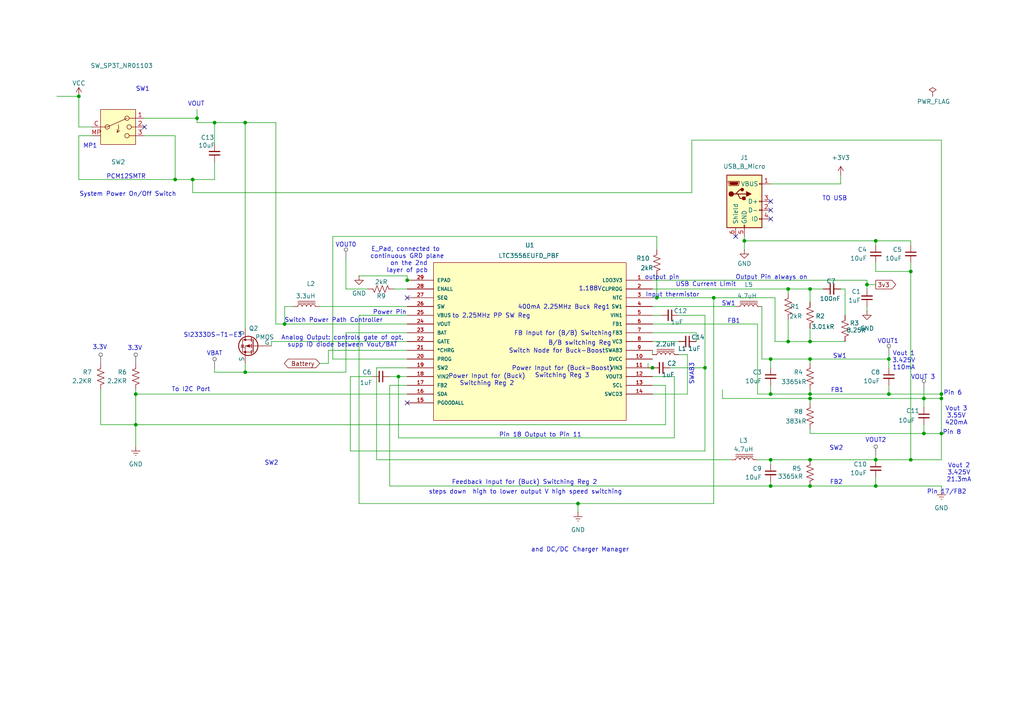
<source format=kicad_sch>
(kicad_sch
	(version 20231120)
	(generator "eeschema")
	(generator_version "8.0")
	(uuid "bb7cd57e-08c4-424a-907a-80dfa0dcf373")
	(paper "A4")
	(title_block
		(title "LTC3556EUFD_PBF")
		(date "11/11/2024")
		(rev "A")
		(company "Team 9")
		(comment 1 "Kirk Young")
	)
	(lib_symbols
		(symbol "Connector:USB_B_Micro"
			(pin_names
				(offset 1.016)
			)
			(exclude_from_sim no)
			(in_bom yes)
			(on_board yes)
			(property "Reference" "J"
				(at -5.08 11.43 0)
				(effects
					(font
						(size 1.27 1.27)
					)
					(justify left)
				)
			)
			(property "Value" "USB_B_Micro"
				(at -5.08 8.89 0)
				(effects
					(font
						(size 1.27 1.27)
					)
					(justify left)
				)
			)
			(property "Footprint" ""
				(at 3.81 -1.27 0)
				(effects
					(font
						(size 1.27 1.27)
					)
					(hide yes)
				)
			)
			(property "Datasheet" "~"
				(at 3.81 -1.27 0)
				(effects
					(font
						(size 1.27 1.27)
					)
					(hide yes)
				)
			)
			(property "Description" "USB Micro Type B connector"
				(at 0 0 0)
				(effects
					(font
						(size 1.27 1.27)
					)
					(hide yes)
				)
			)
			(property "ki_keywords" "connector USB micro"
				(at 0 0 0)
				(effects
					(font
						(size 1.27 1.27)
					)
					(hide yes)
				)
			)
			(property "ki_fp_filters" "USB*"
				(at 0 0 0)
				(effects
					(font
						(size 1.27 1.27)
					)
					(hide yes)
				)
			)
			(symbol "USB_B_Micro_0_1"
				(rectangle
					(start -5.08 -7.62)
					(end 5.08 7.62)
					(stroke
						(width 0.254)
						(type default)
					)
					(fill
						(type background)
					)
				)
				(circle
					(center -3.81 2.159)
					(radius 0.635)
					(stroke
						(width 0.254)
						(type default)
					)
					(fill
						(type outline)
					)
				)
				(circle
					(center -0.635 3.429)
					(radius 0.381)
					(stroke
						(width 0.254)
						(type default)
					)
					(fill
						(type outline)
					)
				)
				(rectangle
					(start -0.127 -7.62)
					(end 0.127 -6.858)
					(stroke
						(width 0)
						(type default)
					)
					(fill
						(type none)
					)
				)
				(polyline
					(pts
						(xy -1.905 2.159) (xy 0.635 2.159)
					)
					(stroke
						(width 0.254)
						(type default)
					)
					(fill
						(type none)
					)
				)
				(polyline
					(pts
						(xy -3.175 2.159) (xy -2.54 2.159) (xy -1.27 3.429) (xy -0.635 3.429)
					)
					(stroke
						(width 0.254)
						(type default)
					)
					(fill
						(type none)
					)
				)
				(polyline
					(pts
						(xy -2.54 2.159) (xy -1.905 2.159) (xy -1.27 0.889) (xy 0 0.889)
					)
					(stroke
						(width 0.254)
						(type default)
					)
					(fill
						(type none)
					)
				)
				(polyline
					(pts
						(xy 0.635 2.794) (xy 0.635 1.524) (xy 1.905 2.159) (xy 0.635 2.794)
					)
					(stroke
						(width 0.254)
						(type default)
					)
					(fill
						(type outline)
					)
				)
				(polyline
					(pts
						(xy -4.318 5.588) (xy -1.778 5.588) (xy -2.032 4.826) (xy -4.064 4.826) (xy -4.318 5.588)
					)
					(stroke
						(width 0)
						(type default)
					)
					(fill
						(type outline)
					)
				)
				(polyline
					(pts
						(xy -4.699 5.842) (xy -4.699 5.588) (xy -4.445 4.826) (xy -4.445 4.572) (xy -1.651 4.572) (xy -1.651 4.826)
						(xy -1.397 5.588) (xy -1.397 5.842) (xy -4.699 5.842)
					)
					(stroke
						(width 0)
						(type default)
					)
					(fill
						(type none)
					)
				)
				(rectangle
					(start 0.254 1.27)
					(end -0.508 0.508)
					(stroke
						(width 0.254)
						(type default)
					)
					(fill
						(type outline)
					)
				)
				(rectangle
					(start 5.08 -5.207)
					(end 4.318 -4.953)
					(stroke
						(width 0)
						(type default)
					)
					(fill
						(type none)
					)
				)
				(rectangle
					(start 5.08 -2.667)
					(end 4.318 -2.413)
					(stroke
						(width 0)
						(type default)
					)
					(fill
						(type none)
					)
				)
				(rectangle
					(start 5.08 -0.127)
					(end 4.318 0.127)
					(stroke
						(width 0)
						(type default)
					)
					(fill
						(type none)
					)
				)
				(rectangle
					(start 5.08 4.953)
					(end 4.318 5.207)
					(stroke
						(width 0)
						(type default)
					)
					(fill
						(type none)
					)
				)
			)
			(symbol "USB_B_Micro_1_1"
				(pin power_out line
					(at 7.62 5.08 180)
					(length 2.54)
					(name "VBUS"
						(effects
							(font
								(size 1.27 1.27)
							)
						)
					)
					(number "1"
						(effects
							(font
								(size 1.27 1.27)
							)
						)
					)
				)
				(pin bidirectional line
					(at 7.62 -2.54 180)
					(length 2.54)
					(name "D-"
						(effects
							(font
								(size 1.27 1.27)
							)
						)
					)
					(number "2"
						(effects
							(font
								(size 1.27 1.27)
							)
						)
					)
				)
				(pin bidirectional line
					(at 7.62 0 180)
					(length 2.54)
					(name "D+"
						(effects
							(font
								(size 1.27 1.27)
							)
						)
					)
					(number "3"
						(effects
							(font
								(size 1.27 1.27)
							)
						)
					)
				)
				(pin passive line
					(at 7.62 -5.08 180)
					(length 2.54)
					(name "ID"
						(effects
							(font
								(size 1.27 1.27)
							)
						)
					)
					(number "4"
						(effects
							(font
								(size 1.27 1.27)
							)
						)
					)
				)
				(pin power_out line
					(at 0 -10.16 90)
					(length 2.54)
					(name "GND"
						(effects
							(font
								(size 1.27 1.27)
							)
						)
					)
					(number "5"
						(effects
							(font
								(size 1.27 1.27)
							)
						)
					)
				)
				(pin passive line
					(at -2.54 -10.16 90)
					(length 2.54)
					(name "Shield"
						(effects
							(font
								(size 1.27 1.27)
							)
						)
					)
					(number "6"
						(effects
							(font
								(size 1.27 1.27)
							)
						)
					)
				)
			)
		)
		(symbol "Device:C_Small"
			(pin_numbers hide)
			(pin_names
				(offset 0.254) hide)
			(exclude_from_sim no)
			(in_bom yes)
			(on_board yes)
			(property "Reference" "C"
				(at 0.254 1.778 0)
				(effects
					(font
						(size 1.27 1.27)
					)
					(justify left)
				)
			)
			(property "Value" "C_Small"
				(at 0.254 -2.032 0)
				(effects
					(font
						(size 1.27 1.27)
					)
					(justify left)
				)
			)
			(property "Footprint" ""
				(at 0 0 0)
				(effects
					(font
						(size 1.27 1.27)
					)
					(hide yes)
				)
			)
			(property "Datasheet" "~"
				(at 0 0 0)
				(effects
					(font
						(size 1.27 1.27)
					)
					(hide yes)
				)
			)
			(property "Description" "Unpolarized capacitor, small symbol"
				(at 0 0 0)
				(effects
					(font
						(size 1.27 1.27)
					)
					(hide yes)
				)
			)
			(property "ki_keywords" "capacitor cap"
				(at 0 0 0)
				(effects
					(font
						(size 1.27 1.27)
					)
					(hide yes)
				)
			)
			(property "ki_fp_filters" "C_*"
				(at 0 0 0)
				(effects
					(font
						(size 1.27 1.27)
					)
					(hide yes)
				)
			)
			(symbol "C_Small_0_1"
				(polyline
					(pts
						(xy -1.524 -0.508) (xy 1.524 -0.508)
					)
					(stroke
						(width 0.3302)
						(type default)
					)
					(fill
						(type none)
					)
				)
				(polyline
					(pts
						(xy -1.524 0.508) (xy 1.524 0.508)
					)
					(stroke
						(width 0.3048)
						(type default)
					)
					(fill
						(type none)
					)
				)
			)
			(symbol "C_Small_1_1"
				(pin passive line
					(at 0 2.54 270)
					(length 2.032)
					(name "~"
						(effects
							(font
								(size 1.27 1.27)
							)
						)
					)
					(number "1"
						(effects
							(font
								(size 1.27 1.27)
							)
						)
					)
				)
				(pin passive line
					(at 0 -2.54 90)
					(length 2.032)
					(name "~"
						(effects
							(font
								(size 1.27 1.27)
							)
						)
					)
					(number "2"
						(effects
							(font
								(size 1.27 1.27)
							)
						)
					)
				)
			)
		)
		(symbol "Device:L_Iron"
			(pin_numbers hide)
			(pin_names
				(offset 1.016) hide)
			(exclude_from_sim no)
			(in_bom yes)
			(on_board yes)
			(property "Reference" "L"
				(at -1.27 0 90)
				(effects
					(font
						(size 1.27 1.27)
					)
				)
			)
			(property "Value" "L_Iron"
				(at 2.794 0 90)
				(effects
					(font
						(size 1.27 1.27)
					)
				)
			)
			(property "Footprint" ""
				(at 0 0 0)
				(effects
					(font
						(size 1.27 1.27)
					)
					(hide yes)
				)
			)
			(property "Datasheet" "~"
				(at 0 0 0)
				(effects
					(font
						(size 1.27 1.27)
					)
					(hide yes)
				)
			)
			(property "Description" "Inductor with iron core"
				(at 0 0 0)
				(effects
					(font
						(size 1.27 1.27)
					)
					(hide yes)
				)
			)
			(property "ki_keywords" "inductor choke coil reactor magnetic"
				(at 0 0 0)
				(effects
					(font
						(size 1.27 1.27)
					)
					(hide yes)
				)
			)
			(property "ki_fp_filters" "Choke_* *Coil* Inductor_* L_*"
				(at 0 0 0)
				(effects
					(font
						(size 1.27 1.27)
					)
					(hide yes)
				)
			)
			(symbol "L_Iron_0_1"
				(arc
					(start 0 -2.54)
					(mid 0.6323 -1.905)
					(end 0 -1.27)
					(stroke
						(width 0)
						(type default)
					)
					(fill
						(type none)
					)
				)
				(arc
					(start 0 -1.27)
					(mid 0.6323 -0.635)
					(end 0 0)
					(stroke
						(width 0)
						(type default)
					)
					(fill
						(type none)
					)
				)
				(polyline
					(pts
						(xy 1.016 2.54) (xy 1.016 -2.54)
					)
					(stroke
						(width 0)
						(type default)
					)
					(fill
						(type none)
					)
				)
				(polyline
					(pts
						(xy 1.524 -2.54) (xy 1.524 2.54)
					)
					(stroke
						(width 0)
						(type default)
					)
					(fill
						(type none)
					)
				)
				(arc
					(start 0 0)
					(mid 0.6323 0.635)
					(end 0 1.27)
					(stroke
						(width 0)
						(type default)
					)
					(fill
						(type none)
					)
				)
				(arc
					(start 0 1.27)
					(mid 0.6323 1.905)
					(end 0 2.54)
					(stroke
						(width 0)
						(type default)
					)
					(fill
						(type none)
					)
				)
			)
			(symbol "L_Iron_1_1"
				(pin passive line
					(at 0 3.81 270)
					(length 1.27)
					(name "1"
						(effects
							(font
								(size 1.27 1.27)
							)
						)
					)
					(number "1"
						(effects
							(font
								(size 1.27 1.27)
							)
						)
					)
				)
				(pin passive line
					(at 0 -3.81 90)
					(length 1.27)
					(name "2"
						(effects
							(font
								(size 1.27 1.27)
							)
						)
					)
					(number "2"
						(effects
							(font
								(size 1.27 1.27)
							)
						)
					)
				)
			)
		)
		(symbol "Device:R_US"
			(pin_numbers hide)
			(pin_names
				(offset 0)
			)
			(exclude_from_sim no)
			(in_bom yes)
			(on_board yes)
			(property "Reference" "R"
				(at 2.54 0 90)
				(effects
					(font
						(size 1.27 1.27)
					)
				)
			)
			(property "Value" "R_US"
				(at -2.54 0 90)
				(effects
					(font
						(size 1.27 1.27)
					)
				)
			)
			(property "Footprint" ""
				(at 1.016 -0.254 90)
				(effects
					(font
						(size 1.27 1.27)
					)
					(hide yes)
				)
			)
			(property "Datasheet" "~"
				(at 0 0 0)
				(effects
					(font
						(size 1.27 1.27)
					)
					(hide yes)
				)
			)
			(property "Description" "Resistor, US symbol"
				(at 0 0 0)
				(effects
					(font
						(size 1.27 1.27)
					)
					(hide yes)
				)
			)
			(property "ki_keywords" "R res resistor"
				(at 0 0 0)
				(effects
					(font
						(size 1.27 1.27)
					)
					(hide yes)
				)
			)
			(property "ki_fp_filters" "R_*"
				(at 0 0 0)
				(effects
					(font
						(size 1.27 1.27)
					)
					(hide yes)
				)
			)
			(symbol "R_US_0_1"
				(polyline
					(pts
						(xy 0 -2.286) (xy 0 -2.54)
					)
					(stroke
						(width 0)
						(type default)
					)
					(fill
						(type none)
					)
				)
				(polyline
					(pts
						(xy 0 2.286) (xy 0 2.54)
					)
					(stroke
						(width 0)
						(type default)
					)
					(fill
						(type none)
					)
				)
				(polyline
					(pts
						(xy 0 -0.762) (xy 1.016 -1.143) (xy 0 -1.524) (xy -1.016 -1.905) (xy 0 -2.286)
					)
					(stroke
						(width 0)
						(type default)
					)
					(fill
						(type none)
					)
				)
				(polyline
					(pts
						(xy 0 0.762) (xy 1.016 0.381) (xy 0 0) (xy -1.016 -0.381) (xy 0 -0.762)
					)
					(stroke
						(width 0)
						(type default)
					)
					(fill
						(type none)
					)
				)
				(polyline
					(pts
						(xy 0 2.286) (xy 1.016 1.905) (xy 0 1.524) (xy -1.016 1.143) (xy 0 0.762)
					)
					(stroke
						(width 0)
						(type default)
					)
					(fill
						(type none)
					)
				)
			)
			(symbol "R_US_1_1"
				(pin passive line
					(at 0 3.81 270)
					(length 1.27)
					(name "~"
						(effects
							(font
								(size 1.27 1.27)
							)
						)
					)
					(number "1"
						(effects
							(font
								(size 1.27 1.27)
							)
						)
					)
				)
				(pin passive line
					(at 0 -3.81 90)
					(length 1.27)
					(name "~"
						(effects
							(font
								(size 1.27 1.27)
							)
						)
					)
					(number "2"
						(effects
							(font
								(size 1.27 1.27)
							)
						)
					)
				)
			)
		)
		(symbol "LTC3556EUFD_PBF:LTC3556EUFD_PBF"
			(pin_names
				(offset 1.016)
			)
			(exclude_from_sim no)
			(in_bom yes)
			(on_board yes)
			(property "Reference" "U"
				(at 30.8356 9.1186 0)
				(effects
					(font
						(size 1.27 1.27)
					)
					(justify left bottom)
				)
			)
			(property "Value" "LTC3556EUFD_PBF"
				(at 30.2006 6.5786 0)
				(effects
					(font
						(size 1.27 1.27)
					)
					(justify left bottom)
				)
			)
			(property "Footprint" "LTC3556EUFD_PBF:QFN-28_UFD"
				(at 0 0 0)
				(effects
					(font
						(size 1.27 1.27)
					)
					(justify bottom)
					(hide yes)
				)
			)
			(property "Datasheet" ""
				(at 0 0 0)
				(effects
					(font
						(size 1.27 1.27)
					)
					(hide yes)
				)
			)
			(property "Description" ""
				(at 0 0 0)
				(effects
					(font
						(size 1.27 1.27)
					)
					(hide yes)
				)
			)
			(property "DigiKey_Part_Number" "505-LTC3556EUFD#PBF-ND"
				(at 0 0 0)
				(effects
					(font
						(size 1.27 1.27)
					)
					(justify bottom)
					(hide yes)
				)
			)
			(property "SnapEDA_Link" "https://www.snapeda.com/parts/LTC3556EUFD%23PBF/Analog+Devices/view-part/?ref=snap"
				(at 0 0 0)
				(effects
					(font
						(size 1.27 1.27)
					)
					(justify bottom)
					(hide yes)
				)
			)
			(property "VENDOR" "Linear Technology"
				(at 0 0 0)
				(effects
					(font
						(size 1.27 1.27)
					)
					(justify bottom)
					(hide yes)
				)
			)
			(property "Description_1" "\n                        \n                            High Efﬁciency USB Power Manager with Dual Buck and Buck-Boost DC/DCs\n                        \n"
				(at 0 0 0)
				(effects
					(font
						(size 1.27 1.27)
					)
					(justify bottom)
					(hide yes)
				)
			)
			(property "Package" "QFN -28 Analog Devices"
				(at 0 0 0)
				(effects
					(font
						(size 1.27 1.27)
					)
					(justify bottom)
					(hide yes)
				)
			)
			(property "Check_prices" "https://www.snapeda.com/parts/LTC3556EUFD%23PBF/Analog+Devices/view-part/?ref=eda"
				(at 0 0 0)
				(effects
					(font
						(size 1.27 1.27)
					)
					(justify bottom)
					(hide yes)
				)
			)
			(property "MF" "Analog Devices"
				(at 0 0 0)
				(effects
					(font
						(size 1.27 1.27)
					)
					(justify bottom)
					(hide yes)
				)
			)
			(property "MP" "LTC3556EUFD#PBF"
				(at 0 0 0)
				(effects
					(font
						(size 1.27 1.27)
					)
					(justify bottom)
					(hide yes)
				)
			)
			(property "MANUFACTURER_PART_NUMBER" "ltc3556eufd#pbf"
				(at 0 0 0)
				(effects
					(font
						(size 1.27 1.27)
					)
					(justify bottom)
					(hide yes)
				)
			)
			(symbol "LTC3556EUFD_PBF_0_0"
				(rectangle
					(start 7.62 -40.64)
					(end 63.5 5.08)
					(stroke
						(width 0.1524)
						(type default)
					)
					(fill
						(type background)
					)
				)
				(pin output line
					(at 0 0 0)
					(length 7.62)
					(name "LDO3V3"
						(effects
							(font
								(size 1.016 1.016)
							)
						)
					)
					(number "1"
						(effects
							(font
								(size 1.016 1.016)
							)
						)
					)
				)
				(pin power_in line
					(at 0 -22.86 0)
					(length 7.62)
					(name "DVCC"
						(effects
							(font
								(size 1.016 1.016)
							)
						)
					)
					(number "10"
						(effects
							(font
								(size 1.016 1.016)
							)
						)
					)
				)
				(pin input line
					(at 0 -25.4 0)
					(length 7.62)
					(name "VIN3"
						(effects
							(font
								(size 1.016 1.016)
							)
						)
					)
					(number "11"
						(effects
							(font
								(size 1.016 1.016)
							)
						)
					)
				)
				(pin output line
					(at 0 -27.94 0)
					(length 7.62)
					(name "VOUT3"
						(effects
							(font
								(size 1.016 1.016)
							)
						)
					)
					(number "12"
						(effects
							(font
								(size 1.016 1.016)
							)
						)
					)
				)
				(pin input line
					(at 0 -30.48 0)
					(length 7.62)
					(name "SCL"
						(effects
							(font
								(size 1.016 1.016)
							)
						)
					)
					(number "13"
						(effects
							(font
								(size 1.016 1.016)
							)
						)
					)
				)
				(pin passive line
					(at 0 -33.02 0)
					(length 7.62)
					(name "SWCD3"
						(effects
							(font
								(size 1.016 1.016)
							)
						)
					)
					(number "14"
						(effects
							(font
								(size 1.016 1.016)
							)
						)
					)
				)
				(pin output line
					(at 71.12 -35.56 180)
					(length 7.62)
					(name "PGOODALL"
						(effects
							(font
								(size 1.016 1.016)
							)
						)
					)
					(number "15"
						(effects
							(font
								(size 1.016 1.016)
							)
						)
					)
				)
				(pin input line
					(at 71.12 -33.02 180)
					(length 7.62)
					(name "SDA"
						(effects
							(font
								(size 1.016 1.016)
							)
						)
					)
					(number "16"
						(effects
							(font
								(size 1.016 1.016)
							)
						)
					)
				)
				(pin input line
					(at 71.12 -30.48 180)
					(length 7.62)
					(name "FB2"
						(effects
							(font
								(size 1.016 1.016)
							)
						)
					)
					(number "17"
						(effects
							(font
								(size 1.016 1.016)
							)
						)
					)
				)
				(pin input line
					(at 71.12 -27.94 180)
					(length 7.62)
					(name "VIN2"
						(effects
							(font
								(size 1.016 1.016)
							)
						)
					)
					(number "18"
						(effects
							(font
								(size 1.016 1.016)
							)
						)
					)
				)
				(pin passive line
					(at 71.12 -25.4 180)
					(length 7.62)
					(name "SW2"
						(effects
							(font
								(size 1.016 1.016)
							)
						)
					)
					(number "19"
						(effects
							(font
								(size 1.016 1.016)
							)
						)
					)
				)
				(pin passive line
					(at 0 -2.54 0)
					(length 7.62)
					(name "CLPROG"
						(effects
							(font
								(size 1.016 1.016)
							)
						)
					)
					(number "2"
						(effects
							(font
								(size 1.016 1.016)
							)
						)
					)
				)
				(pin passive line
					(at 71.12 -22.86 180)
					(length 7.62)
					(name "PROG"
						(effects
							(font
								(size 1.016 1.016)
							)
						)
					)
					(number "20"
						(effects
							(font
								(size 1.016 1.016)
							)
						)
					)
				)
				(pin output line
					(at 71.12 -20.32 180)
					(length 7.62)
					(name "*CHRG"
						(effects
							(font
								(size 1.016 1.016)
							)
						)
					)
					(number "21"
						(effects
							(font
								(size 1.016 1.016)
							)
						)
					)
				)
				(pin output line
					(at 71.12 -17.78 180)
					(length 7.62)
					(name "GATE"
						(effects
							(font
								(size 1.016 1.016)
							)
						)
					)
					(number "22"
						(effects
							(font
								(size 1.016 1.016)
							)
						)
					)
				)
				(pin passive line
					(at 71.12 -15.24 180)
					(length 7.62)
					(name "BAT"
						(effects
							(font
								(size 1.016 1.016)
							)
						)
					)
					(number "23"
						(effects
							(font
								(size 1.016 1.016)
							)
						)
					)
				)
				(pin output line
					(at 71.12 -12.7 180)
					(length 7.62)
					(name "VOUT"
						(effects
							(font
								(size 1.016 1.016)
							)
						)
					)
					(number "24"
						(effects
							(font
								(size 1.016 1.016)
							)
						)
					)
				)
				(pin input line
					(at 71.12 -10.16 180)
					(length 7.62)
					(name "VBUS"
						(effects
							(font
								(size 1.016 1.016)
							)
						)
					)
					(number "25"
						(effects
							(font
								(size 1.016 1.016)
							)
						)
					)
				)
				(pin passive line
					(at 71.12 -7.62 180)
					(length 7.62)
					(name "SW"
						(effects
							(font
								(size 1.016 1.016)
							)
						)
					)
					(number "26"
						(effects
							(font
								(size 1.016 1.016)
							)
						)
					)
				)
				(pin input line
					(at 71.12 -5.08 180)
					(length 7.62)
					(name "SEQ"
						(effects
							(font
								(size 1.016 1.016)
							)
						)
					)
					(number "27"
						(effects
							(font
								(size 1.016 1.016)
							)
						)
					)
				)
				(pin input line
					(at 71.12 -2.54 180)
					(length 7.62)
					(name "ENALL"
						(effects
							(font
								(size 1.016 1.016)
							)
						)
					)
					(number "28"
						(effects
							(font
								(size 1.016 1.016)
							)
						)
					)
				)
				(pin passive line
					(at 71.12 0 180)
					(length 7.62)
					(name "EPAD"
						(effects
							(font
								(size 1.016 1.016)
							)
						)
					)
					(number "29"
						(effects
							(font
								(size 1.016 1.016)
							)
						)
					)
				)
				(pin input line
					(at 0 -5.08 0)
					(length 7.62)
					(name "NTC"
						(effects
							(font
								(size 1.016 1.016)
							)
						)
					)
					(number "3"
						(effects
							(font
								(size 1.016 1.016)
							)
						)
					)
				)
				(pin passive line
					(at 0 -7.62 0)
					(length 7.62)
					(name "SW1"
						(effects
							(font
								(size 1.016 1.016)
							)
						)
					)
					(number "4"
						(effects
							(font
								(size 1.016 1.016)
							)
						)
					)
				)
				(pin input line
					(at 0 -10.16 0)
					(length 7.62)
					(name "VIN1"
						(effects
							(font
								(size 1.016 1.016)
							)
						)
					)
					(number "5"
						(effects
							(font
								(size 1.016 1.016)
							)
						)
					)
				)
				(pin input line
					(at 0 -12.7 0)
					(length 7.62)
					(name "FB1"
						(effects
							(font
								(size 1.016 1.016)
							)
						)
					)
					(number "6"
						(effects
							(font
								(size 1.016 1.016)
							)
						)
					)
				)
				(pin input line
					(at 0 -15.24 0)
					(length 7.62)
					(name "FB3"
						(effects
							(font
								(size 1.016 1.016)
							)
						)
					)
					(number "7"
						(effects
							(font
								(size 1.016 1.016)
							)
						)
					)
				)
				(pin output line
					(at 0 -17.78 0)
					(length 7.62)
					(name "VC3"
						(effects
							(font
								(size 1.016 1.016)
							)
						)
					)
					(number "8"
						(effects
							(font
								(size 1.016 1.016)
							)
						)
					)
				)
				(pin passive line
					(at 0 -20.32 0)
					(length 7.62)
					(name "SWAB3"
						(effects
							(font
								(size 1.016 1.016)
							)
						)
					)
					(number "9"
						(effects
							(font
								(size 1.016 1.016)
							)
						)
					)
				)
			)
		)
		(symbol "Simulation_SPICE:PMOS"
			(pin_numbers hide)
			(pin_names
				(offset 0)
			)
			(exclude_from_sim no)
			(in_bom yes)
			(on_board yes)
			(property "Reference" "Q"
				(at 5.08 1.27 0)
				(effects
					(font
						(size 1.27 1.27)
					)
					(justify left)
				)
			)
			(property "Value" "PMOS"
				(at 5.08 -1.27 0)
				(effects
					(font
						(size 1.27 1.27)
					)
					(justify left)
				)
			)
			(property "Footprint" ""
				(at 5.08 2.54 0)
				(effects
					(font
						(size 1.27 1.27)
					)
					(hide yes)
				)
			)
			(property "Datasheet" "https://ngspice.sourceforge.io/docs/ngspice-html-manual/manual.xhtml#cha_MOSFETs"
				(at 0 -12.7 0)
				(effects
					(font
						(size 1.27 1.27)
					)
					(hide yes)
				)
			)
			(property "Description" "P-MOSFET transistor, drain/source/gate"
				(at 0 0 0)
				(effects
					(font
						(size 1.27 1.27)
					)
					(hide yes)
				)
			)
			(property "Sim.Device" "PMOS"
				(at 0 -17.145 0)
				(effects
					(font
						(size 1.27 1.27)
					)
					(hide yes)
				)
			)
			(property "Sim.Type" "VDMOS"
				(at 0 -19.05 0)
				(effects
					(font
						(size 1.27 1.27)
					)
					(hide yes)
				)
			)
			(property "Sim.Pins" "1=D 2=G 3=S"
				(at 0 -15.24 0)
				(effects
					(font
						(size 1.27 1.27)
					)
					(hide yes)
				)
			)
			(property "ki_keywords" "transistor PMOS P-MOS P-MOSFET simulation"
				(at 0 0 0)
				(effects
					(font
						(size 1.27 1.27)
					)
					(hide yes)
				)
			)
			(symbol "PMOS_0_1"
				(polyline
					(pts
						(xy 0.254 0) (xy -2.54 0)
					)
					(stroke
						(width 0)
						(type default)
					)
					(fill
						(type none)
					)
				)
				(polyline
					(pts
						(xy 0.254 1.905) (xy 0.254 -1.905)
					)
					(stroke
						(width 0.254)
						(type default)
					)
					(fill
						(type none)
					)
				)
				(polyline
					(pts
						(xy 0.762 -1.27) (xy 0.762 -2.286)
					)
					(stroke
						(width 0.254)
						(type default)
					)
					(fill
						(type none)
					)
				)
				(polyline
					(pts
						(xy 0.762 0.508) (xy 0.762 -0.508)
					)
					(stroke
						(width 0.254)
						(type default)
					)
					(fill
						(type none)
					)
				)
				(polyline
					(pts
						(xy 0.762 2.286) (xy 0.762 1.27)
					)
					(stroke
						(width 0.254)
						(type default)
					)
					(fill
						(type none)
					)
				)
				(polyline
					(pts
						(xy 2.54 2.54) (xy 2.54 1.778)
					)
					(stroke
						(width 0)
						(type default)
					)
					(fill
						(type none)
					)
				)
				(polyline
					(pts
						(xy 2.54 -2.54) (xy 2.54 0) (xy 0.762 0)
					)
					(stroke
						(width 0)
						(type default)
					)
					(fill
						(type none)
					)
				)
				(polyline
					(pts
						(xy 0.762 1.778) (xy 3.302 1.778) (xy 3.302 -1.778) (xy 0.762 -1.778)
					)
					(stroke
						(width 0)
						(type default)
					)
					(fill
						(type none)
					)
				)
				(polyline
					(pts
						(xy 2.286 0) (xy 1.27 0.381) (xy 1.27 -0.381) (xy 2.286 0)
					)
					(stroke
						(width 0)
						(type default)
					)
					(fill
						(type outline)
					)
				)
				(polyline
					(pts
						(xy 2.794 -0.508) (xy 2.921 -0.381) (xy 3.683 -0.381) (xy 3.81 -0.254)
					)
					(stroke
						(width 0)
						(type default)
					)
					(fill
						(type none)
					)
				)
				(polyline
					(pts
						(xy 3.302 -0.381) (xy 2.921 0.254) (xy 3.683 0.254) (xy 3.302 -0.381)
					)
					(stroke
						(width 0)
						(type default)
					)
					(fill
						(type none)
					)
				)
				(circle
					(center 1.651 0)
					(radius 2.794)
					(stroke
						(width 0.254)
						(type default)
					)
					(fill
						(type none)
					)
				)
				(circle
					(center 2.54 -1.778)
					(radius 0.254)
					(stroke
						(width 0)
						(type default)
					)
					(fill
						(type outline)
					)
				)
				(circle
					(center 2.54 1.778)
					(radius 0.254)
					(stroke
						(width 0)
						(type default)
					)
					(fill
						(type outline)
					)
				)
			)
			(symbol "PMOS_1_1"
				(pin passive line
					(at 2.54 5.08 270)
					(length 2.54)
					(name "D"
						(effects
							(font
								(size 1.27 1.27)
							)
						)
					)
					(number "1"
						(effects
							(font
								(size 1.27 1.27)
							)
						)
					)
				)
				(pin input line
					(at -5.08 0 0)
					(length 2.54)
					(name "G"
						(effects
							(font
								(size 1.27 1.27)
							)
						)
					)
					(number "2"
						(effects
							(font
								(size 1.27 1.27)
							)
						)
					)
				)
				(pin passive line
					(at 2.54 -5.08 90)
					(length 2.54)
					(name "S"
						(effects
							(font
								(size 1.27 1.27)
							)
						)
					)
					(number "3"
						(effects
							(font
								(size 1.27 1.27)
							)
						)
					)
				)
			)
		)
		(symbol "Switch:SW_SP3T_NR01103"
			(pin_names hide)
			(exclude_from_sim no)
			(in_bom yes)
			(on_board yes)
			(property "Reference" "SW"
				(at 0 6.35 0)
				(effects
					(font
						(size 1.27 1.27)
					)
				)
			)
			(property "Value" "SW_SP3T_NR01103"
				(at 0 -6.35 0)
				(effects
					(font
						(size 1.27 1.27)
					)
				)
			)
			(property "Footprint" "Button_Switch_THT:SW_NKK_NR01"
				(at 0 -8.89 0)
				(effects
					(font
						(size 1.27 1.27)
					)
					(hide yes)
				)
			)
			(property "Datasheet" "https://www.nkkswitches.com/pdf/NR01%20Rotaries.pdf"
				(at 0 -11.43 0)
				(effects
					(font
						(size 1.27 1.27)
					)
					(hide yes)
				)
			)
			(property "Description" "NKK Switches NR01 Series rotary SP3T switch"
				(at 0 0 0)
				(effects
					(font
						(size 1.27 1.27)
					)
					(hide yes)
				)
			)
			(property "ki_keywords" "NR01 SP3T Switch"
				(at 0 0 0)
				(effects
					(font
						(size 1.27 1.27)
					)
					(hide yes)
				)
			)
			(property "ki_fp_filters" "SW?NKK?NR01*"
				(at 0 0 0)
				(effects
					(font
						(size 1.27 1.27)
					)
					(hide yes)
				)
			)
			(symbol "SW_SP3T_NR01103_0_1"
				(circle
					(center -3.175 0)
					(radius 0.635)
					(stroke
						(width 0)
						(type default)
					)
					(fill
						(type none)
					)
				)
				(arc
					(start -0.3176 -1.5875)
					(mid 0.0861 -0.5113)
					(end 0 0.635)
					(stroke
						(width 0)
						(type default)
					)
					(fill
						(type none)
					)
				)
				(polyline
					(pts
						(xy -5.08 0) (xy -3.175 0)
					)
					(stroke
						(width 0)
						(type default)
					)
					(fill
						(type none)
					)
				)
				(polyline
					(pts
						(xy -3.175 0) (xy 2.54 2.54)
					)
					(stroke
						(width 0)
						(type default)
					)
					(fill
						(type none)
					)
				)
				(polyline
					(pts
						(xy -0.3176 -1.5875) (xy -0.3176 -1.5875)
					)
					(stroke
						(width 0)
						(type default)
					)
					(fill
						(type none)
					)
				)
				(polyline
					(pts
						(xy -0.3176 -1.5875) (xy -0.3176 -0.6985)
					)
					(stroke
						(width 0)
						(type default)
					)
					(fill
						(type none)
					)
				)
				(polyline
					(pts
						(xy -0.3176 -1.5875) (xy 0.4444 -1.0795)
					)
					(stroke
						(width 0)
						(type default)
					)
					(fill
						(type none)
					)
				)
				(polyline
					(pts
						(xy 5.08 -2.54) (xy 3.175 -2.54)
					)
					(stroke
						(width 0)
						(type default)
					)
					(fill
						(type none)
					)
				)
				(polyline
					(pts
						(xy 5.08 0) (xy 3.81 0)
					)
					(stroke
						(width 0)
						(type default)
					)
					(fill
						(type none)
					)
				)
				(polyline
					(pts
						(xy 5.08 2.54) (xy 3.175 2.54)
					)
					(stroke
						(width 0)
						(type default)
					)
					(fill
						(type none)
					)
				)
				(circle
					(center 2.54 -2.54)
					(radius 0.635)
					(stroke
						(width 0)
						(type default)
					)
					(fill
						(type none)
					)
				)
				(circle
					(center 2.54 2.54)
					(radius 0.635)
					(stroke
						(width 0)
						(type default)
					)
					(fill
						(type none)
					)
				)
				(circle
					(center 3.175 0)
					(radius 0.635)
					(stroke
						(width 0)
						(type default)
					)
					(fill
						(type none)
					)
				)
			)
			(symbol "SW_SP3T_NR01103_1_1"
				(rectangle
					(start -5.08 5.08)
					(end 5.08 -5.08)
					(stroke
						(width 0)
						(type default)
					)
					(fill
						(type background)
					)
				)
				(pin passive line
					(at 7.62 2.54 180)
					(length 2.54)
					(name "1"
						(effects
							(font
								(size 1.27 1.27)
							)
						)
					)
					(number "1"
						(effects
							(font
								(size 1.27 1.27)
							)
						)
					)
				)
				(pin passive line
					(at 7.62 0 180)
					(length 2.54)
					(name "2"
						(effects
							(font
								(size 1.27 1.27)
							)
						)
					)
					(number "2"
						(effects
							(font
								(size 1.27 1.27)
							)
						)
					)
				)
				(pin passive line
					(at 7.62 -2.54 180)
					(length 2.54)
					(name "3"
						(effects
							(font
								(size 1.27 1.27)
							)
						)
					)
					(number "3"
						(effects
							(font
								(size 1.27 1.27)
							)
						)
					)
				)
				(pin no_connect line
					(at -2.54 5.08 270)
					(length 0) hide
					(name ""
						(effects
							(font
								(size 1.27 1.27)
							)
						)
					)
					(number "4"
						(effects
							(font
								(size 1.27 1.27)
							)
						)
					)
				)
				(pin no_connect line
					(at 2.54 5.08 270)
					(length 0) hide
					(name ""
						(effects
							(font
								(size 1.27 1.27)
							)
						)
					)
					(number "5"
						(effects
							(font
								(size 1.27 1.27)
							)
						)
					)
				)
				(pin passive line
					(at -7.62 0 0)
					(length 2.54)
					(name "Common"
						(effects
							(font
								(size 1.27 1.27)
							)
						)
					)
					(number "C"
						(effects
							(font
								(size 1.27 1.27)
							)
						)
					)
				)
				(pin passive line
					(at -7.62 -2.54 0)
					(length 2.54)
					(name "MP"
						(effects
							(font
								(size 1.27 1.27)
							)
						)
					)
					(number "MP"
						(effects
							(font
								(size 1.27 1.27)
							)
						)
					)
				)
			)
		)
		(symbol "power:+3V3"
			(power)
			(pin_numbers hide)
			(pin_names
				(offset 0) hide)
			(exclude_from_sim no)
			(in_bom yes)
			(on_board yes)
			(property "Reference" "#PWR"
				(at 0 -3.81 0)
				(effects
					(font
						(size 1.27 1.27)
					)
					(hide yes)
				)
			)
			(property "Value" "+3V3"
				(at 0 3.556 0)
				(effects
					(font
						(size 1.27 1.27)
					)
				)
			)
			(property "Footprint" ""
				(at 0 0 0)
				(effects
					(font
						(size 1.27 1.27)
					)
					(hide yes)
				)
			)
			(property "Datasheet" ""
				(at 0 0 0)
				(effects
					(font
						(size 1.27 1.27)
					)
					(hide yes)
				)
			)
			(property "Description" "Power symbol creates a global label with name \"+3V3\""
				(at 0 0 0)
				(effects
					(font
						(size 1.27 1.27)
					)
					(hide yes)
				)
			)
			(property "ki_keywords" "global power"
				(at 0 0 0)
				(effects
					(font
						(size 1.27 1.27)
					)
					(hide yes)
				)
			)
			(symbol "+3V3_0_1"
				(polyline
					(pts
						(xy -0.762 1.27) (xy 0 2.54)
					)
					(stroke
						(width 0)
						(type default)
					)
					(fill
						(type none)
					)
				)
				(polyline
					(pts
						(xy 0 0) (xy 0 2.54)
					)
					(stroke
						(width 0)
						(type default)
					)
					(fill
						(type none)
					)
				)
				(polyline
					(pts
						(xy 0 2.54) (xy 0.762 1.27)
					)
					(stroke
						(width 0)
						(type default)
					)
					(fill
						(type none)
					)
				)
			)
			(symbol "+3V3_1_1"
				(pin power_in line
					(at 0 0 90)
					(length 0)
					(name "~"
						(effects
							(font
								(size 1.27 1.27)
							)
						)
					)
					(number "1"
						(effects
							(font
								(size 1.27 1.27)
							)
						)
					)
				)
			)
		)
		(symbol "power:Earth"
			(power)
			(pin_numbers hide)
			(pin_names
				(offset 0) hide)
			(exclude_from_sim no)
			(in_bom yes)
			(on_board yes)
			(property "Reference" "#PWR"
				(at 0 -6.35 0)
				(effects
					(font
						(size 1.27 1.27)
					)
					(hide yes)
				)
			)
			(property "Value" "Earth"
				(at 0 -3.81 0)
				(effects
					(font
						(size 1.27 1.27)
					)
				)
			)
			(property "Footprint" ""
				(at 0 0 0)
				(effects
					(font
						(size 1.27 1.27)
					)
					(hide yes)
				)
			)
			(property "Datasheet" "~"
				(at 0 0 0)
				(effects
					(font
						(size 1.27 1.27)
					)
					(hide yes)
				)
			)
			(property "Description" "Power symbol creates a global label with name \"Earth\""
				(at 0 0 0)
				(effects
					(font
						(size 1.27 1.27)
					)
					(hide yes)
				)
			)
			(property "ki_keywords" "global ground gnd"
				(at 0 0 0)
				(effects
					(font
						(size 1.27 1.27)
					)
					(hide yes)
				)
			)
			(symbol "Earth_0_1"
				(polyline
					(pts
						(xy -0.635 -1.905) (xy 0.635 -1.905)
					)
					(stroke
						(width 0)
						(type default)
					)
					(fill
						(type none)
					)
				)
				(polyline
					(pts
						(xy -0.127 -2.54) (xy 0.127 -2.54)
					)
					(stroke
						(width 0)
						(type default)
					)
					(fill
						(type none)
					)
				)
				(polyline
					(pts
						(xy 0 -1.27) (xy 0 0)
					)
					(stroke
						(width 0)
						(type default)
					)
					(fill
						(type none)
					)
				)
				(polyline
					(pts
						(xy 1.27 -1.27) (xy -1.27 -1.27)
					)
					(stroke
						(width 0)
						(type default)
					)
					(fill
						(type none)
					)
				)
			)
			(symbol "Earth_1_1"
				(pin power_in line
					(at 0 0 270)
					(length 0)
					(name "~"
						(effects
							(font
								(size 1.27 1.27)
							)
						)
					)
					(number "1"
						(effects
							(font
								(size 1.27 1.27)
							)
						)
					)
				)
			)
		)
		(symbol "power:GND"
			(power)
			(pin_numbers hide)
			(pin_names
				(offset 0) hide)
			(exclude_from_sim no)
			(in_bom yes)
			(on_board yes)
			(property "Reference" "#PWR"
				(at 0 -6.35 0)
				(effects
					(font
						(size 1.27 1.27)
					)
					(hide yes)
				)
			)
			(property "Value" "GND"
				(at 0 -3.81 0)
				(effects
					(font
						(size 1.27 1.27)
					)
				)
			)
			(property "Footprint" ""
				(at 0 0 0)
				(effects
					(font
						(size 1.27 1.27)
					)
					(hide yes)
				)
			)
			(property "Datasheet" ""
				(at 0 0 0)
				(effects
					(font
						(size 1.27 1.27)
					)
					(hide yes)
				)
			)
			(property "Description" "Power symbol creates a global label with name \"GND\" , ground"
				(at 0 0 0)
				(effects
					(font
						(size 1.27 1.27)
					)
					(hide yes)
				)
			)
			(property "ki_keywords" "global power"
				(at 0 0 0)
				(effects
					(font
						(size 1.27 1.27)
					)
					(hide yes)
				)
			)
			(symbol "GND_0_1"
				(polyline
					(pts
						(xy 0 0) (xy 0 -1.27) (xy 1.27 -1.27) (xy 0 -2.54) (xy -1.27 -1.27) (xy 0 -1.27)
					)
					(stroke
						(width 0)
						(type default)
					)
					(fill
						(type none)
					)
				)
			)
			(symbol "GND_1_1"
				(pin power_in line
					(at 0 0 270)
					(length 0)
					(name "~"
						(effects
							(font
								(size 1.27 1.27)
							)
						)
					)
					(number "1"
						(effects
							(font
								(size 1.27 1.27)
							)
						)
					)
				)
			)
		)
		(symbol "power:PWR_FLAG"
			(power)
			(pin_numbers hide)
			(pin_names
				(offset 0) hide)
			(exclude_from_sim no)
			(in_bom yes)
			(on_board yes)
			(property "Reference" "#FLG"
				(at 0 1.905 0)
				(effects
					(font
						(size 1.27 1.27)
					)
					(hide yes)
				)
			)
			(property "Value" "PWR_FLAG"
				(at 0 3.81 0)
				(effects
					(font
						(size 1.27 1.27)
					)
				)
			)
			(property "Footprint" ""
				(at 0 0 0)
				(effects
					(font
						(size 1.27 1.27)
					)
					(hide yes)
				)
			)
			(property "Datasheet" "~"
				(at 0 0 0)
				(effects
					(font
						(size 1.27 1.27)
					)
					(hide yes)
				)
			)
			(property "Description" "Special symbol for telling ERC where power comes from"
				(at 0 0 0)
				(effects
					(font
						(size 1.27 1.27)
					)
					(hide yes)
				)
			)
			(property "ki_keywords" "flag power"
				(at 0 0 0)
				(effects
					(font
						(size 1.27 1.27)
					)
					(hide yes)
				)
			)
			(symbol "PWR_FLAG_0_0"
				(pin power_out line
					(at 0 0 90)
					(length 0)
					(name "~"
						(effects
							(font
								(size 1.27 1.27)
							)
						)
					)
					(number "1"
						(effects
							(font
								(size 1.27 1.27)
							)
						)
					)
				)
			)
			(symbol "PWR_FLAG_0_1"
				(polyline
					(pts
						(xy 0 0) (xy 0 1.27) (xy -1.016 1.905) (xy 0 2.54) (xy 1.016 1.905) (xy 0 1.27)
					)
					(stroke
						(width 0)
						(type default)
					)
					(fill
						(type none)
					)
				)
			)
		)
		(symbol "power:VCC"
			(power)
			(pin_numbers hide)
			(pin_names
				(offset 0) hide)
			(exclude_from_sim no)
			(in_bom yes)
			(on_board yes)
			(property "Reference" "#PWR"
				(at 0 -3.81 0)
				(effects
					(font
						(size 1.27 1.27)
					)
					(hide yes)
				)
			)
			(property "Value" "VCC"
				(at 0 3.556 0)
				(effects
					(font
						(size 1.27 1.27)
					)
				)
			)
			(property "Footprint" ""
				(at 0 0 0)
				(effects
					(font
						(size 1.27 1.27)
					)
					(hide yes)
				)
			)
			(property "Datasheet" ""
				(at 0 0 0)
				(effects
					(font
						(size 1.27 1.27)
					)
					(hide yes)
				)
			)
			(property "Description" "Power symbol creates a global label with name \"VCC\""
				(at 0 0 0)
				(effects
					(font
						(size 1.27 1.27)
					)
					(hide yes)
				)
			)
			(property "ki_keywords" "global power"
				(at 0 0 0)
				(effects
					(font
						(size 1.27 1.27)
					)
					(hide yes)
				)
			)
			(symbol "VCC_0_1"
				(polyline
					(pts
						(xy -0.762 1.27) (xy 0 2.54)
					)
					(stroke
						(width 0)
						(type default)
					)
					(fill
						(type none)
					)
				)
				(polyline
					(pts
						(xy 0 0) (xy 0 2.54)
					)
					(stroke
						(width 0)
						(type default)
					)
					(fill
						(type none)
					)
				)
				(polyline
					(pts
						(xy 0 2.54) (xy 0.762 1.27)
					)
					(stroke
						(width 0)
						(type default)
					)
					(fill
						(type none)
					)
				)
			)
			(symbol "VCC_1_1"
				(pin power_in line
					(at 0 0 90)
					(length 0)
					(name "~"
						(effects
							(font
								(size 1.27 1.27)
							)
						)
					)
					(number "1"
						(effects
							(font
								(size 1.27 1.27)
							)
						)
					)
				)
			)
		)
	)
	(junction
		(at 234.95 115.57)
		(diameter 0)
		(color 0 0 0 0)
		(uuid "010ec85a-3cf6-4524-909a-f324756f94d8")
	)
	(junction
		(at 251.46 82.55)
		(diameter 0)
		(color 0 0 0 0)
		(uuid "02cc84eb-4da5-436f-82c0-0aa4b25db1bd")
	)
	(junction
		(at 189.23 106.68)
		(diameter 0)
		(color 0 0 0 0)
		(uuid "05e74d1d-f07a-4836-9748-e93f2db41fb6")
	)
	(junction
		(at 257.81 114.3)
		(diameter 0)
		(color 0 0 0 0)
		(uuid "073054fd-f7d8-4724-8254-897d19d575fe")
	)
	(junction
		(at 71.12 107.95)
		(diameter 0)
		(color 0 0 0 0)
		(uuid "094b415c-67fd-45c8-a6e5-f1bf0ed7a7ab")
	)
	(junction
		(at 82.55 93.98)
		(diameter 0)
		(color 0 0 0 0)
		(uuid "0fe2e9d6-1781-475f-b56f-a43ef39d97ea")
	)
	(junction
		(at 267.97 125.73)
		(diameter 0)
		(color 0 0 0 0)
		(uuid "16ae8f98-e5c4-4d50-ba3c-a8e9a0cea7da")
	)
	(junction
		(at 223.52 114.3)
		(diameter 0)
		(color 0 0 0 0)
		(uuid "1e040eb9-5b5c-4d67-adc9-9dc0a9804a30")
	)
	(junction
		(at 234.95 104.14)
		(diameter 0)
		(color 0 0 0 0)
		(uuid "225b20ce-d4d0-4c26-95d6-ecc1956717d1")
	)
	(junction
		(at 264.16 78.74)
		(diameter 0)
		(color 0 0 0 0)
		(uuid "2bfbda17-9ece-48ec-a73a-e23e8f8af74c")
	)
	(junction
		(at 71.12 35.56)
		(diameter 0)
		(color 0 0 0 0)
		(uuid "2c6fa0f6-b013-4a1c-be46-6664034df150")
	)
	(junction
		(at 223.52 104.14)
		(diameter 0)
		(color 0 0 0 0)
		(uuid "2e3e83e1-50a2-4363-9ca0-b8791e66aba4")
	)
	(junction
		(at 204.47 106.68)
		(diameter 0)
		(color 0 0 0 0)
		(uuid "32976e5b-9fb7-4d3e-a108-eec75b395c89")
	)
	(junction
		(at 223.52 140.97)
		(diameter 0)
		(color 0 0 0 0)
		(uuid "3f63b46a-fb51-4efe-aab2-4f1c37fe3a63")
	)
	(junction
		(at 273.05 125.73)
		(diameter 0)
		(color 0 0 0 0)
		(uuid "3f912019-8111-4cf3-b6cb-a43dd3445654")
	)
	(junction
		(at 234.95 114.3)
		(diameter 0)
		(color 0 0 0 0)
		(uuid "4fce4469-7200-4dd9-92de-eb14c21098f2")
	)
	(junction
		(at 254 133.35)
		(diameter 0)
		(color 0 0 0 0)
		(uuid "616ced8a-94c0-46bc-a6e4-50d182713322")
	)
	(junction
		(at 257.81 104.14)
		(diameter 0)
		(color 0 0 0 0)
		(uuid "62ea933c-39ad-4775-a24d-ee259adaf40f")
	)
	(junction
		(at 267.97 115.57)
		(diameter 0)
		(color 0 0 0 0)
		(uuid "6585a9ec-d0bf-4037-abc3-b3cb2b23f57e")
	)
	(junction
		(at 254 69.85)
		(diameter 0)
		(color 0 0 0 0)
		(uuid "6593e7e3-0ebd-4fce-98d3-98b6e4e9b793")
	)
	(junction
		(at 22.86 27.94)
		(diameter 0)
		(color 0 0 0 0)
		(uuid "6b4c3c57-e9d1-4b5c-9a12-6250cf625fdb")
	)
	(junction
		(at 50.8 52.07)
		(diameter 0)
		(color 0 0 0 0)
		(uuid "6c3b0205-5b52-4790-8dc4-24cefd26915f")
	)
	(junction
		(at 190.5 86.36)
		(diameter 0)
		(color 0 0 0 0)
		(uuid "789aabfd-dc0d-4a37-808b-d0553dcc51e6")
	)
	(junction
		(at 264.16 133.35)
		(diameter 0)
		(color 0 0 0 0)
		(uuid "8c3f636c-8ef7-490b-a99c-fba224ef65b0")
	)
	(junction
		(at 39.37 114.3)
		(diameter 0)
		(color 0 0 0 0)
		(uuid "92090e90-7291-4049-9597-1ad082379e96")
	)
	(junction
		(at 223.52 133.35)
		(diameter 0)
		(color 0 0 0 0)
		(uuid "98248427-fd7a-4d20-b95b-06423063bd51")
	)
	(junction
		(at 62.23 35.56)
		(diameter 0)
		(color 0 0 0 0)
		(uuid "9bdc8015-0b5e-46b2-8453-495db7fb2ef0")
	)
	(junction
		(at 115.57 109.22)
		(diameter 0)
		(color 0 0 0 0)
		(uuid "a11a4f0a-aaba-4bbb-be06-cc4398720d4b")
	)
	(junction
		(at 55.88 52.07)
		(diameter 0)
		(color 0 0 0 0)
		(uuid "a5d912ed-e2c6-4866-8a0e-26eb3ff4f56a")
	)
	(junction
		(at 254 140.97)
		(diameter 0)
		(color 0 0 0 0)
		(uuid "ab003e20-9275-44ff-b5fe-aabbba79b777")
	)
	(junction
		(at 228.6 83.82)
		(diameter 0)
		(color 0 0 0 0)
		(uuid "b115c2a8-d333-413f-98be-414f585e6a37")
	)
	(junction
		(at 234.95 83.82)
		(diameter 0)
		(color 0 0 0 0)
		(uuid "ba435510-3b09-4f79-b95f-91a5797f261b")
	)
	(junction
		(at 118.11 81.28)
		(diameter 0)
		(color 0 0 0 0)
		(uuid "bbc52f0f-a09b-4710-8e06-f4b804796544")
	)
	(junction
		(at 273.05 114.3)
		(diameter 0)
		(color 0 0 0 0)
		(uuid "bd0916d4-a525-4acc-89f9-30cc95997d10")
	)
	(junction
		(at 57.15 34.29)
		(diameter 0)
		(color 0 0 0 0)
		(uuid "be6510c8-2c42-49ac-b68a-210ca47ed6f2")
	)
	(junction
		(at 39.37 123.19)
		(diameter 0)
		(color 0 0 0 0)
		(uuid "c0c300a2-cea0-46df-a51a-2a1fefa1321c")
	)
	(junction
		(at 167.64 146.05)
		(diameter 0)
		(color 0 0 0 0)
		(uuid "c9aadab3-353f-448e-bce4-a8d1c4df01ac")
	)
	(junction
		(at 234.95 133.35)
		(diameter 0)
		(color 0 0 0 0)
		(uuid "d23998b4-6d94-404d-9532-013bfad1e61b")
	)
	(junction
		(at 234.95 99.06)
		(diameter 0)
		(color 0 0 0 0)
		(uuid "d643ebf9-50c0-4163-a199-2ac85814a79c")
	)
	(junction
		(at 228.6 99.06)
		(diameter 0)
		(color 0 0 0 0)
		(uuid "e9443e9b-575b-43fa-8b36-d9485997fc97")
	)
	(junction
		(at 273.05 115.57)
		(diameter 0)
		(color 0 0 0 0)
		(uuid "eaeb0385-695f-4f05-827f-f661f13fd408")
	)
	(junction
		(at 234.95 140.97)
		(diameter 0)
		(color 0 0 0 0)
		(uuid "f977707c-1e90-45ab-b0d0-678dc0ff1765")
	)
	(junction
		(at 207.01 86.36)
		(diameter 0)
		(color 0 0 0 0)
		(uuid "fccd792d-774c-41ec-a0d0-a222ab6eddc2")
	)
	(junction
		(at 215.9 69.85)
		(diameter 0)
		(color 0 0 0 0)
		(uuid "fd5cf60f-de5a-493b-ab79-f7a28369964b")
	)
	(no_connect
		(at 223.52 60.96)
		(uuid "2c718b92-9bb2-4ef9-b119-b1965d240a17")
	)
	(no_connect
		(at 223.52 63.5)
		(uuid "6aa948af-9cbb-4e2c-9eab-201bb4eca94d")
	)
	(no_connect
		(at 41.91 36.83)
		(uuid "94cc0d04-846e-4010-92d5-6854ff2676f4")
	)
	(no_connect
		(at 223.52 58.42)
		(uuid "ac92c41d-abc4-43cc-b1bd-03376b764631")
	)
	(no_connect
		(at 118.11 116.84)
		(uuid "c92f4e28-56ee-4438-a571-d97fadce73e5")
	)
	(no_connect
		(at 118.11 86.36)
		(uuid "e11446ba-12e9-4526-bd6a-9523be50574e")
	)
	(no_connect
		(at 213.36 68.58)
		(uuid "e1a2a664-b722-4da4-8bc4-6e3c0e424ade")
	)
	(wire
		(pts
			(xy 245.11 83.82) (xy 245.11 91.44)
		)
		(stroke
			(width 0)
			(type default)
		)
		(uuid "01167074-4703-4034-be04-f47db4590d9b")
	)
	(wire
		(pts
			(xy 195.58 109.22) (xy 195.58 127)
		)
		(stroke
			(width 0)
			(type default)
		)
		(uuid "02409ecf-d818-4f60-93f1-4e0b16ecb399")
	)
	(wire
		(pts
			(xy 264.16 133.35) (xy 254 133.35)
		)
		(stroke
			(width 0)
			(type default)
		)
		(uuid "02cecf7d-b3f7-4081-b776-baea15d0b113")
	)
	(wire
		(pts
			(xy 223.52 139.7) (xy 223.52 140.97)
		)
		(stroke
			(width 0)
			(type default)
		)
		(uuid "0341d1bd-e6dc-412b-9e2d-4777e19a2076")
	)
	(wire
		(pts
			(xy 254 82.55) (xy 251.46 82.55)
		)
		(stroke
			(width 0)
			(type default)
		)
		(uuid "036c87a1-6152-4ad4-9ddf-ed35ae83adce")
	)
	(wire
		(pts
			(xy 101.6 130.81) (xy 101.6 109.22)
		)
		(stroke
			(width 0)
			(type default)
		)
		(uuid "057f454e-2186-45b5-9d7e-2cbb33907eca")
	)
	(wire
		(pts
			(xy 118.11 111.76) (xy 113.03 111.76)
		)
		(stroke
			(width 0)
			(type default)
		)
		(uuid "080b904e-bb8e-4d7c-8190-2125ca1e5307")
	)
	(wire
		(pts
			(xy 201.93 96.52) (xy 189.23 96.52)
		)
		(stroke
			(width 0)
			(type default)
		)
		(uuid "0ab541fb-d96c-4617-86b1-04c4518a148c")
	)
	(wire
		(pts
			(xy 234.95 114.3) (xy 223.52 114.3)
		)
		(stroke
			(width 0)
			(type default)
		)
		(uuid "0b05d130-8387-4a3a-9436-73eb58347bfa")
	)
	(wire
		(pts
			(xy 234.95 104.14) (xy 223.52 104.14)
		)
		(stroke
			(width 0)
			(type default)
		)
		(uuid "0ed93086-7a24-4c3a-b987-3ad8024a86bf")
	)
	(wire
		(pts
			(xy 80.01 35.56) (xy 80.01 93.98)
		)
		(stroke
			(width 0)
			(type default)
		)
		(uuid "0f8a60cc-d6f8-4d59-bfff-4d0f3715c085")
	)
	(wire
		(pts
			(xy 187.96 105.41) (xy 187.96 106.68)
		)
		(stroke
			(width 0)
			(type default)
		)
		(uuid "10a356b7-f259-4371-972d-7be617297f76")
	)
	(wire
		(pts
			(xy 209.55 115.57) (xy 234.95 115.57)
		)
		(stroke
			(width 0)
			(type default)
		)
		(uuid "1156a4f4-c401-43ad-8e4f-fb1aac4bc51b")
	)
	(wire
		(pts
			(xy 121.92 81.28) (xy 118.11 81.28)
		)
		(stroke
			(width 0)
			(type default)
		)
		(uuid "14077657-936f-4793-8a64-911c38a6885a")
	)
	(wire
		(pts
			(xy 267.97 115.57) (xy 267.97 118.11)
		)
		(stroke
			(width 0)
			(type default)
		)
		(uuid "1440bb06-d0ea-42e6-b3c2-4b41f799e73f")
	)
	(wire
		(pts
			(xy 96.52 104.14) (xy 96.52 68.58)
		)
		(stroke
			(width 0)
			(type default)
		)
		(uuid "145fd314-c96f-456e-8529-e157418697bc")
	)
	(wire
		(pts
			(xy 254 138.43) (xy 254 140.97)
		)
		(stroke
			(width 0)
			(type default)
		)
		(uuid "1495db25-9506-40a3-aa95-f7cf2d588d3d")
	)
	(wire
		(pts
			(xy 234.95 83.82) (xy 228.6 83.82)
		)
		(stroke
			(width 0)
			(type default)
		)
		(uuid "18d5b3c6-7ce1-468c-b6eb-ec88c8964ac3")
	)
	(wire
		(pts
			(xy 95.25 101.6) (xy 95.25 105.41)
		)
		(stroke
			(width 0)
			(type default)
		)
		(uuid "19652090-5d62-49d3-8f79-f19c6309f649")
	)
	(wire
		(pts
			(xy 71.12 107.95) (xy 62.23 107.95)
		)
		(stroke
			(width 0)
			(type default)
		)
		(uuid "19825fbc-ea54-4666-9c29-183620f2d3d2")
	)
	(wire
		(pts
			(xy 207.01 86.36) (xy 207.01 146.05)
		)
		(stroke
			(width 0)
			(type default)
		)
		(uuid "1be3e604-9b5b-4ae9-9177-05ef43097dbb")
	)
	(wire
		(pts
			(xy 113.03 140.97) (xy 223.52 140.97)
		)
		(stroke
			(width 0)
			(type default)
		)
		(uuid "1c692fed-01e9-4599-9418-69927cd65a1c")
	)
	(wire
		(pts
			(xy 95.25 105.41) (xy 92.71 105.41)
		)
		(stroke
			(width 0)
			(type default)
		)
		(uuid "1cd5f34a-1c83-4dfa-921a-e32be591d75a")
	)
	(wire
		(pts
			(xy 223.52 111.76) (xy 223.52 114.3)
		)
		(stroke
			(width 0)
			(type default)
		)
		(uuid "1d9dc288-9090-40af-a959-2485e56894a1")
	)
	(wire
		(pts
			(xy 50.8 39.37) (xy 41.91 39.37)
		)
		(stroke
			(width 0)
			(type default)
		)
		(uuid "1da524a8-a7e8-4d08-b6d1-e7ffe5169b31")
	)
	(wire
		(pts
			(xy 62.23 41.91) (xy 62.23 35.56)
		)
		(stroke
			(width 0)
			(type default)
		)
		(uuid "1e63783a-306d-448d-89c7-79fc5c9a88d4")
	)
	(wire
		(pts
			(xy 189.23 102.87) (xy 189.23 101.6)
		)
		(stroke
			(width 0)
			(type default)
		)
		(uuid "1f19a47b-460f-4abf-9aed-22852fc0b11e")
	)
	(wire
		(pts
			(xy 82.55 88.9) (xy 82.55 93.98)
		)
		(stroke
			(width 0)
			(type default)
		)
		(uuid "1f1fdfee-da19-4c97-985e-95d1031c306f")
	)
	(wire
		(pts
			(xy 118.11 88.9) (xy 92.71 88.9)
		)
		(stroke
			(width 0)
			(type default)
		)
		(uuid "1f4e5fb2-f269-4a43-8c58-397f5565e42b")
	)
	(wire
		(pts
			(xy 190.5 68.58) (xy 190.5 72.39)
		)
		(stroke
			(width 0)
			(type default)
		)
		(uuid "223f3a57-8a31-455b-96e3-4d2d3d8b7f3d")
	)
	(wire
		(pts
			(xy 118.11 80.01) (xy 118.11 81.28)
		)
		(stroke
			(width 0)
			(type default)
		)
		(uuid "22a02e1e-479e-46bc-a20a-ccfd3abdc71c")
	)
	(wire
		(pts
			(xy 251.46 81.28) (xy 251.46 82.55)
		)
		(stroke
			(width 0)
			(type default)
		)
		(uuid "2400f676-0c67-4f16-b313-4d903c1d4d54")
	)
	(wire
		(pts
			(xy 213.36 88.9) (xy 189.23 88.9)
		)
		(stroke
			(width 0)
			(type default)
		)
		(uuid "2645aff7-4237-4fed-98ec-87e5f748d0de")
	)
	(wire
		(pts
			(xy 234.95 113.03) (xy 234.95 114.3)
		)
		(stroke
			(width 0)
			(type default)
		)
		(uuid "2790442c-92e1-46ef-a871-37fe0c75465a")
	)
	(wire
		(pts
			(xy 57.15 34.29) (xy 57.15 35.56)
		)
		(stroke
			(width 0)
			(type default)
		)
		(uuid "2a478f89-5071-4ee8-9abb-7e7d4dd9fef0")
	)
	(wire
		(pts
			(xy 273.05 40.64) (xy 200.66 40.64)
		)
		(stroke
			(width 0)
			(type default)
		)
		(uuid "2cd3a299-e4d7-4577-8b77-cb7d79147483")
	)
	(wire
		(pts
			(xy 204.47 91.44) (xy 204.47 106.68)
		)
		(stroke
			(width 0)
			(type default)
		)
		(uuid "2cfd92fb-ea8d-4b2c-b727-e48b8a14a301")
	)
	(wire
		(pts
			(xy 118.11 101.6) (xy 95.25 101.6)
		)
		(stroke
			(width 0)
			(type default)
		)
		(uuid "2d1ec238-cc1a-41fd-90bd-246cdeb4009d")
	)
	(wire
		(pts
			(xy 22.86 52.07) (xy 50.8 52.07)
		)
		(stroke
			(width 0)
			(type default)
		)
		(uuid "2d4e2b6f-83bc-44b9-b344-e8a51c61b73a")
	)
	(wire
		(pts
			(xy 118.11 93.98) (xy 82.55 93.98)
		)
		(stroke
			(width 0)
			(type default)
		)
		(uuid "2d9e2cbc-5629-4fa2-861c-424a187ace9c")
	)
	(wire
		(pts
			(xy 273.05 133.35) (xy 264.16 133.35)
		)
		(stroke
			(width 0)
			(type default)
		)
		(uuid "33d369ba-f0c6-4daf-97de-eb0ce22bd9e2")
	)
	(wire
		(pts
			(xy 267.97 115.57) (xy 273.05 115.57)
		)
		(stroke
			(width 0)
			(type default)
		)
		(uuid "354e0e92-7654-4267-ab61-ffac66a9628d")
	)
	(wire
		(pts
			(xy 264.16 71.12) (xy 264.16 69.85)
		)
		(stroke
			(width 0)
			(type default)
		)
		(uuid "37089fb0-39d7-4323-86df-ac7cb32dddc4")
	)
	(wire
		(pts
			(xy 219.71 133.35) (xy 223.52 133.35)
		)
		(stroke
			(width 0)
			(type default)
		)
		(uuid "38ce770f-b98c-43e0-b2f1-4e4352ee7200")
	)
	(wire
		(pts
			(xy 78.74 99.06) (xy 118.11 99.06)
		)
		(stroke
			(width 0)
			(type default)
		)
		(uuid "38d2dbb4-2e1e-43ce-9e0c-8173eae08209")
	)
	(wire
		(pts
			(xy 228.6 83.82) (xy 228.6 85.09)
		)
		(stroke
			(width 0)
			(type default)
		)
		(uuid "3b59b8d0-5818-42ca-bc6a-68befc672245")
	)
	(wire
		(pts
			(xy 62.23 52.07) (xy 62.23 46.99)
		)
		(stroke
			(width 0)
			(type default)
		)
		(uuid "3c11c8f5-d7fd-4037-b56f-6d21626f97d3")
	)
	(wire
		(pts
			(xy 207.01 86.36) (xy 190.5 86.36)
		)
		(stroke
			(width 0)
			(type default)
		)
		(uuid "3e36d3e2-47d2-428c-977e-b779258c282c")
	)
	(wire
		(pts
			(xy 200.66 55.88) (xy 200.66 40.64)
		)
		(stroke
			(width 0)
			(type default)
		)
		(uuid "40ef336d-1a42-4787-8a49-69013e7d841e")
	)
	(wire
		(pts
			(xy 234.95 133.35) (xy 223.52 133.35)
		)
		(stroke
			(width 0)
			(type default)
		)
		(uuid "41bfdf78-a008-4fa4-b4b2-697cfd6aa0c1")
	)
	(wire
		(pts
			(xy 26.67 36.83) (xy 22.86 36.83)
		)
		(stroke
			(width 0)
			(type default)
		)
		(uuid "440ffea3-0645-423e-bcaf-a1745eeaeeef")
	)
	(wire
		(pts
			(xy 207.01 146.05) (xy 167.64 146.05)
		)
		(stroke
			(width 0)
			(type default)
		)
		(uuid "45328ede-8c54-4651-b268-fb9aeeecc865")
	)
	(wire
		(pts
			(xy 212.09 133.35) (xy 109.22 133.35)
		)
		(stroke
			(width 0)
			(type default)
		)
		(uuid "45eebbe9-92ee-4617-8c5f-39645f72d5b0")
	)
	(wire
		(pts
			(xy 167.64 146.05) (xy 104.14 146.05)
		)
		(stroke
			(width 0)
			(type default)
		)
		(uuid "4665d199-4048-4dc6-ba0d-147feb749425")
	)
	(wire
		(pts
			(xy 251.46 82.55) (xy 251.46 83.82)
		)
		(stroke
			(width 0)
			(type default)
		)
		(uuid "49f980c6-f58f-402b-a2c3-6bf43a308776")
	)
	(wire
		(pts
			(xy 245.11 83.82) (xy 243.84 83.82)
		)
		(stroke
			(width 0)
			(type default)
		)
		(uuid "4a5a2115-4df9-4e58-9d02-c4cf43475a83")
	)
	(wire
		(pts
			(xy 234.95 99.06) (xy 228.6 99.06)
		)
		(stroke
			(width 0)
			(type default)
		)
		(uuid "4a96d140-2029-48cd-beb7-7a682b0a8050")
	)
	(wire
		(pts
			(xy 273.05 140.97) (xy 254 140.97)
		)
		(stroke
			(width 0)
			(type default)
		)
		(uuid "4daa968a-4f83-4aab-bb6d-94161249781d")
	)
	(wire
		(pts
			(xy 39.37 123.19) (xy 39.37 129.54)
		)
		(stroke
			(width 0)
			(type default)
		)
		(uuid "4dc88247-efb9-4f0a-a681-76a1a292fcd4")
	)
	(wire
		(pts
			(xy 196.85 91.44) (xy 204.47 91.44)
		)
		(stroke
			(width 0)
			(type default)
		)
		(uuid "4e6aaa02-9038-4e88-a9ab-0bee3055baf4")
	)
	(wire
		(pts
			(xy 234.95 140.97) (xy 223.52 140.97)
		)
		(stroke
			(width 0)
			(type default)
		)
		(uuid "4e6af34d-18a4-44db-b389-e90f546c17a9")
	)
	(wire
		(pts
			(xy 100.33 74.93) (xy 100.33 83.82)
		)
		(stroke
			(width 0)
			(type default)
		)
		(uuid "5072d012-9323-46ea-9404-25af9df4c100")
	)
	(wire
		(pts
			(xy 62.23 35.56) (xy 57.15 35.56)
		)
		(stroke
			(width 0)
			(type default)
		)
		(uuid "510674fd-f69a-4634-875a-87bbac181b0e")
	)
	(wire
		(pts
			(xy 57.15 34.29) (xy 41.91 34.29)
		)
		(stroke
			(width 0)
			(type default)
		)
		(uuid "510d2ec8-06ef-4209-a3ef-f55a1ff0db06")
	)
	(wire
		(pts
			(xy 78.74 100.33) (xy 78.74 99.06)
		)
		(stroke
			(width 0)
			(type default)
		)
		(uuid "55425ed1-bb79-4698-a6fb-48d60be5a65f")
	)
	(wire
		(pts
			(xy 254 140.97) (xy 234.95 140.97)
		)
		(stroke
			(width 0)
			(type default)
		)
		(uuid "578bc5a5-9be3-437a-aa1d-0052c62e057b")
	)
	(wire
		(pts
			(xy 113.03 109.22) (xy 115.57 109.22)
		)
		(stroke
			(width 0)
			(type default)
		)
		(uuid "59e908c4-7ece-41eb-935d-7b8c28fe6223")
	)
	(wire
		(pts
			(xy 199.39 102.87) (xy 199.39 114.3)
		)
		(stroke
			(width 0)
			(type default)
		)
		(uuid "5cf7fa2b-3414-4dff-9611-e5f218de7c7a")
	)
	(wire
		(pts
			(xy 189.23 93.98) (xy 219.71 93.98)
		)
		(stroke
			(width 0)
			(type default)
		)
		(uuid "5d4fb299-674e-447b-a824-795119640268")
	)
	(wire
		(pts
			(xy 189.23 109.22) (xy 195.58 109.22)
		)
		(stroke
			(width 0)
			(type default)
		)
		(uuid "5e757844-49b8-4786-9aff-20e8059dafed")
	)
	(wire
		(pts
			(xy 223.52 104.14) (xy 220.98 104.14)
		)
		(stroke
			(width 0)
			(type default)
		)
		(uuid "6294286d-cbe2-4f55-ac76-03c3b4a8a5e9")
	)
	(wire
		(pts
			(xy 273.05 125.73) (xy 273.05 133.35)
		)
		(stroke
			(width 0)
			(type default)
		)
		(uuid "64c5fe89-a354-4401-bd88-455e5b9b8c81")
	)
	(wire
		(pts
			(xy 113.03 111.76) (xy 113.03 140.97)
		)
		(stroke
			(width 0)
			(type default)
		)
		(uuid "65049fec-d2e7-4ae6-bfd1-9085e728b58f")
	)
	(wire
		(pts
			(xy 39.37 114.3) (xy 39.37 123.19)
		)
		(stroke
			(width 0)
			(type default)
		)
		(uuid "65d40b24-531b-4c27-badc-c11a8881fdc0")
	)
	(wire
		(pts
			(xy 115.57 109.22) (xy 118.11 109.22)
		)
		(stroke
			(width 0)
			(type default)
		)
		(uuid "686fae97-1269-4823-9071-81222a86e5f7")
	)
	(wire
		(pts
			(xy 118.11 91.44) (xy 104.14 91.44)
		)
		(stroke
			(width 0)
			(type default)
		)
		(uuid "6a517309-0f95-41b7-8235-c809cb230abf")
	)
	(wire
		(pts
			(xy 257.81 102.87) (xy 257.81 104.14)
		)
		(stroke
			(width 0)
			(type default)
		)
		(uuid "6d61bd08-9b93-4884-a6ee-3203ac898684")
	)
	(wire
		(pts
			(xy 234.95 83.82) (xy 234.95 87.63)
		)
		(stroke
			(width 0)
			(type default)
		)
		(uuid "6ea2a6f3-f6fb-4635-a9a4-4f10672a4941")
	)
	(wire
		(pts
			(xy 100.33 96.52) (xy 100.33 107.95)
		)
		(stroke
			(width 0)
			(type default)
		)
		(uuid "6f69a97a-0218-4f2c-8850-11c7a47819ff")
	)
	(wire
		(pts
			(xy 193.04 123.19) (xy 39.37 123.19)
		)
		(stroke
			(width 0)
			(type default)
		)
		(uuid "6f909319-8e34-438e-b6f9-63de670cfe1c")
	)
	(wire
		(pts
			(xy 189.23 99.06) (xy 196.85 99.06)
		)
		(stroke
			(width 0)
			(type default)
		)
		(uuid "6fdea4a2-38c9-402c-9c37-ac941fe6f29e")
	)
	(wire
		(pts
			(xy 22.86 39.37) (xy 26.67 39.37)
		)
		(stroke
			(width 0)
			(type default)
		)
		(uuid "7152cedc-ade3-4168-b854-1abe87c6318f")
	)
	(wire
		(pts
			(xy 118.11 96.52) (xy 100.33 96.52)
		)
		(stroke
			(width 0)
			(type default)
		)
		(uuid "71db73be-b919-499e-a786-b397d41e73a3")
	)
	(wire
		(pts
			(xy 251.46 81.28) (xy 189.23 81.28)
		)
		(stroke
			(width 0)
			(type default)
		)
		(uuid "7221541f-e491-4906-96d6-2bcf9a1a03e6")
	)
	(wire
		(pts
			(xy 22.86 39.37) (xy 22.86 52.07)
		)
		(stroke
			(width 0)
			(type default)
		)
		(uuid "72609b7e-17c6-45c9-abe2-651bb48b7926")
	)
	(wire
		(pts
			(xy 189.23 111.76) (xy 193.04 111.76)
		)
		(stroke
			(width 0)
			(type default)
		)
		(uuid "732db71e-ec47-4432-9d14-c4def28fb5f5")
	)
	(wire
		(pts
			(xy 267.97 113.03) (xy 267.97 115.57)
		)
		(stroke
			(width 0)
			(type default)
		)
		(uuid "73612c5f-3e1a-4f73-bc69-b07b252aad04")
	)
	(wire
		(pts
			(xy 228.6 99.06) (xy 224.79 99.06)
		)
		(stroke
			(width 0)
			(type default)
		)
		(uuid "7634f865-0ea8-4d48-80ee-aa754b1be48f")
	)
	(wire
		(pts
			(xy 55.88 52.07) (xy 50.8 52.07)
		)
		(stroke
			(width 0)
			(type default)
		)
		(uuid "77a67330-dcf2-41cc-9d3c-80cd058e5f8c")
	)
	(wire
		(pts
			(xy 204.47 130.81) (xy 101.6 130.81)
		)
		(stroke
			(width 0)
			(type default)
		)
		(uuid "791a9568-c291-4876-8ffd-222b8933b7b3")
	)
	(wire
		(pts
			(xy 219.71 93.98) (xy 219.71 114.3)
		)
		(stroke
			(width 0)
			(type default)
		)
		(uuid "7b432270-27b9-4b07-af7b-82f28eefab81")
	)
	(wire
		(pts
			(xy 224.79 86.36) (xy 207.01 86.36)
		)
		(stroke
			(width 0)
			(type default)
		)
		(uuid "7b7ddd78-e646-4df0-b8ac-6283b0f9abcf")
	)
	(wire
		(pts
			(xy 118.11 104.14) (xy 96.52 104.14)
		)
		(stroke
			(width 0)
			(type default)
		)
		(uuid "7c314f05-cbf1-4699-aac0-3dd9ca9301c1")
	)
	(wire
		(pts
			(xy 273.05 40.64) (xy 273.05 114.3)
		)
		(stroke
			(width 0)
			(type default)
		)
		(uuid "7cf1ed44-0004-481b-bac6-0052b1bef47f")
	)
	(wire
		(pts
			(xy 223.52 114.3) (xy 219.71 114.3)
		)
		(stroke
			(width 0)
			(type default)
		)
		(uuid "7eb6e292-c0df-45f8-a410-f7b8ed953b97")
	)
	(wire
		(pts
			(xy 115.57 109.22) (xy 115.57 127)
		)
		(stroke
			(width 0)
			(type default)
		)
		(uuid "7eba0f2b-adc1-4ab4-87e8-134ff46e105e")
	)
	(wire
		(pts
			(xy 273.05 140.97) (xy 273.05 142.24)
		)
		(stroke
			(width 0)
			(type default)
		)
		(uuid "7f8a876f-4163-4d7f-af6c-a8ed27691a0b")
	)
	(wire
		(pts
			(xy 104.14 91.44) (xy 104.14 146.05)
		)
		(stroke
			(width 0)
			(type default)
		)
		(uuid "7fe35ae3-eaac-470b-a0b3-77b0efbe958b")
	)
	(wire
		(pts
			(xy 223.52 134.62) (xy 223.52 133.35)
		)
		(stroke
			(width 0)
			(type default)
		)
		(uuid "8247cc45-aeff-4342-8445-8da90120baab")
	)
	(wire
		(pts
			(xy 190.5 80.01) (xy 190.5 86.36)
		)
		(stroke
			(width 0)
			(type default)
		)
		(uuid "82b61a90-7ddd-463e-b654-260cf0bc2eb9")
	)
	(wire
		(pts
			(xy 200.66 55.88) (xy 55.88 55.88)
		)
		(stroke
			(width 0)
			(type default)
		)
		(uuid "863b5eb8-cd77-498f-b4f3-b6867946d593")
	)
	(wire
		(pts
			(xy 193.04 111.76) (xy 193.04 123.19)
		)
		(stroke
			(width 0)
			(type default)
		)
		(uuid "86ce14cc-260f-4911-9dc4-22ce48b94f35")
	)
	(wire
		(pts
			(xy 254 69.85) (xy 215.9 69.85)
		)
		(stroke
			(width 0)
			(type default)
		)
		(uuid "8762ca26-5fbf-40db-9f0e-2c67724245f0")
	)
	(wire
		(pts
			(xy 22.86 27.94) (xy 16.51 27.94)
		)
		(stroke
			(width 0)
			(type default)
		)
		(uuid "88b86b69-3503-49b2-a813-30e02c2ffb8b")
	)
	(wire
		(pts
			(xy 62.23 52.07) (xy 55.88 52.07)
		)
		(stroke
			(width 0)
			(type default)
		)
		(uuid "8a6e5206-f0c5-4997-b632-8152e25bf5ce")
	)
	(wire
		(pts
			(xy 195.58 127) (xy 115.57 127)
		)
		(stroke
			(width 0)
			(type default)
		)
		(uuid "8b80f198-d56d-4481-9eab-b31cd9a4ef7d")
	)
	(wire
		(pts
			(xy 251.46 88.9) (xy 251.46 90.17)
		)
		(stroke
			(width 0)
			(type default)
		)
		(uuid "8df6675b-12a1-469e-9d7c-9a9dc4837e1e")
	)
	(wire
		(pts
			(xy 267.97 125.73) (xy 234.95 125.73)
		)
		(stroke
			(width 0)
			(type default)
		)
		(uuid "91484e0d-39ca-4f98-8471-9ffb577151ae")
	)
	(wire
		(pts
			(xy 234.95 124.46) (xy 234.95 125.73)
		)
		(stroke
			(width 0)
			(type default)
		)
		(uuid "9511dae8-4e00-4684-b4f2-7c2a950e35c3")
	)
	(wire
		(pts
			(xy 118.11 83.82) (xy 114.3 83.82)
		)
		(stroke
			(width 0)
			(type default)
		)
		(uuid "953ae43c-6f97-40d4-859b-a72b1c3fcc69")
	)
	(wire
		(pts
			(xy 187.96 106.68) (xy 189.23 106.68)
		)
		(stroke
			(width 0)
			(type default)
		)
		(uuid "9776e4ba-9482-414e-8a41-c5b8c47f24df")
	)
	(wire
		(pts
			(xy 234.95 95.25) (xy 234.95 99.06)
		)
		(stroke
			(width 0)
			(type default)
		)
		(uuid "9873e6a4-a175-42ea-b2df-d947eb2d1ef5")
	)
	(wire
		(pts
			(xy 245.11 99.06) (xy 234.95 99.06)
		)
		(stroke
			(width 0)
			(type default)
		)
		(uuid "9c14d5fb-8fa2-4096-bef7-47a7c01a4e4a")
	)
	(wire
		(pts
			(xy 71.12 105.41) (xy 71.12 107.95)
		)
		(stroke
			(width 0)
			(type default)
		)
		(uuid "9c8b81a3-a0b6-44e7-8855-cfe6690fecfd")
	)
	(wire
		(pts
			(xy 201.93 96.52) (xy 201.93 99.06)
		)
		(stroke
			(width 0)
			(type default)
		)
		(uuid "9e42417f-282e-42c0-b6bc-e4685ffc2b50")
	)
	(wire
		(pts
			(xy 118.11 106.68) (xy 109.22 106.68)
		)
		(stroke
			(width 0)
			(type default)
		)
		(uuid "a0b1a8bc-9b26-4dfd-aa40-b81dce85e47b")
	)
	(wire
		(pts
			(xy 243.84 53.34) (xy 223.52 53.34)
		)
		(stroke
			(width 0)
			(type default)
		)
		(uuid "a1a2c6d7-97bb-45a1-8fd7-3565b41c4882")
	)
	(wire
		(pts
			(xy 264.16 69.85) (xy 254 69.85)
		)
		(stroke
			(width 0)
			(type default)
		)
		(uuid "a2ae37cd-57d9-4f31-b21d-cf41cce5ec88")
	)
	(wire
		(pts
			(xy 71.12 35.56) (xy 71.12 95.25)
		)
		(stroke
			(width 0)
			(type default)
		)
		(uuid "a42b7c6e-e69f-4322-a45f-46281f072675")
	)
	(wire
		(pts
			(xy 96.52 68.58) (xy 190.5 68.58)
		)
		(stroke
			(width 0)
			(type default)
		)
		(uuid "ae7524da-7560-42bd-a716-4357191d133c")
	)
	(wire
		(pts
			(xy 204.47 106.68) (xy 194.31 106.68)
		)
		(stroke
			(width 0)
			(type default)
		)
		(uuid "aec6cd38-e2f9-4806-ae26-33fc3d072cc0")
	)
	(wire
		(pts
			(xy 228.6 92.71) (xy 228.6 99.06)
		)
		(stroke
			(width 0)
			(type default)
		)
		(uuid "b0004ac1-e56e-4e88-a931-d882783d598b")
	)
	(wire
		(pts
			(xy 118.11 80.01) (xy 104.14 80.01)
		)
		(stroke
			(width 0)
			(type default)
		)
		(uuid "b1200ebd-e12c-4f2c-83c1-b5180bc37a15")
	)
	(wire
		(pts
			(xy 243.84 50.8) (xy 243.84 53.34)
		)
		(stroke
			(width 0)
			(type default)
		)
		(uuid "b1a04142-7431-4d93-aca8-fbcd383597a2")
	)
	(wire
		(pts
			(xy 257.81 104.14) (xy 234.95 104.14)
		)
		(stroke
			(width 0)
			(type default)
		)
		(uuid "b35d3280-cd67-4205-a086-2a83c8046c75")
	)
	(wire
		(pts
			(xy 257.81 114.3) (xy 234.95 114.3)
		)
		(stroke
			(width 0)
			(type default)
		)
		(uuid "b716cc99-bb27-43c1-9257-893c3770a0e8")
	)
	(wire
		(pts
			(xy 215.9 69.85) (xy 215.9 72.39)
		)
		(stroke
			(width 0)
			(type default)
		)
		(uuid "bc31eb9f-9b25-4c46-9a98-7c88634742c0")
	)
	(wire
		(pts
			(xy 267.97 125.73) (xy 273.05 125.73)
		)
		(stroke
			(width 0)
			(type default)
		)
		(uuid "bc90c07b-f5e8-48a5-af0d-9f99036e48fb")
	)
	(wire
		(pts
			(xy 257.81 104.14) (xy 257.81 106.68)
		)
		(stroke
			(width 0)
			(type default)
		)
		(uuid "c1c16c11-47e1-453a-9023-b3dbaff5aec4")
	)
	(wire
		(pts
			(xy 224.79 99.06) (xy 224.79 86.36)
		)
		(stroke
			(width 0)
			(type default)
		)
		(uuid "c2b852f4-b7bf-4f25-852b-90c6c83b1adb")
	)
	(wire
		(pts
			(xy 39.37 114.3) (xy 39.37 113.03)
		)
		(stroke
			(width 0)
			(type default)
		)
		(uuid "c390756e-5ee1-4390-90ac-3b440f54419e")
	)
	(wire
		(pts
			(xy 82.55 88.9) (xy 85.09 88.9)
		)
		(stroke
			(width 0)
			(type default)
		)
		(uuid "c5751580-bb3a-4b23-83ae-cf1c9d9bac24")
	)
	(wire
		(pts
			(xy 257.81 114.3) (xy 273.05 114.3)
		)
		(stroke
			(width 0)
			(type default)
		)
		(uuid "c5edbc6a-b822-4075-ac6e-61be7f355acd")
	)
	(wire
		(pts
			(xy 254 71.12) (xy 254 69.85)
		)
		(stroke
			(width 0)
			(type default)
		)
		(uuid "c77e573e-44e4-46b5-935a-7d54c351a62a")
	)
	(wire
		(pts
			(xy 234.95 104.14) (xy 234.95 105.41)
		)
		(stroke
			(width 0)
			(type default)
		)
		(uuid "c83d5513-f7da-49f0-a16e-cc347d1fbdda")
	)
	(wire
		(pts
			(xy 254 133.35) (xy 234.95 133.35)
		)
		(stroke
			(width 0)
			(type default)
		)
		(uuid "c84b77a6-80ac-477f-9da9-c89a4a9d0b2a")
	)
	(wire
		(pts
			(xy 264.16 76.2) (xy 264.16 78.74)
		)
		(stroke
			(width 0)
			(type default)
		)
		(uuid "c8695bb1-25e8-4ed1-89b0-b5bf3c82840b")
	)
	(wire
		(pts
			(xy 196.85 102.87) (xy 199.39 102.87)
		)
		(stroke
			(width 0)
			(type default)
		)
		(uuid "c90b4f2c-dce2-4b50-99f0-ac6493c40a9e")
	)
	(wire
		(pts
			(xy 273.05 114.3) (xy 273.05 115.57)
		)
		(stroke
			(width 0)
			(type default)
		)
		(uuid "c921245d-80a4-4617-b629-663a8a0ce8b9")
	)
	(wire
		(pts
			(xy 100.33 107.95) (xy 71.12 107.95)
		)
		(stroke
			(width 0)
			(type default)
		)
		(uuid "c98b4677-43c3-4569-b530-164ae153ec25")
	)
	(wire
		(pts
			(xy 223.52 104.14) (xy 223.52 106.68)
		)
		(stroke
			(width 0)
			(type default)
		)
		(uuid "c994e0e8-6b30-4308-809e-f3c0d1ea3bae")
	)
	(wire
		(pts
			(xy 234.95 115.57) (xy 234.95 116.84)
		)
		(stroke
			(width 0)
			(type default)
		)
		(uuid "ca62a3b8-3b86-4234-bf8e-5bb7889db8c0")
	)
	(wire
		(pts
			(xy 62.23 106.68) (xy 62.23 107.95)
		)
		(stroke
			(width 0)
			(type default)
		)
		(uuid "cbff93a8-6800-4cd8-a47f-7238ff1c8141")
	)
	(wire
		(pts
			(xy 264.16 78.74) (xy 254 78.74)
		)
		(stroke
			(width 0)
			(type default)
		)
		(uuid "cc4c61c9-0734-4ff5-9843-0f22b3f67fe6")
	)
	(wire
		(pts
			(xy 267.97 115.57) (xy 234.95 115.57)
		)
		(stroke
			(width 0)
			(type default)
		)
		(uuid "cd8fa324-53a9-4343-915c-0540753ebc60")
	)
	(wire
		(pts
			(xy 106.68 83.82) (xy 100.33 83.82)
		)
		(stroke
			(width 0)
			(type default)
		)
		(uuid "cf83b610-4ab9-41f3-af98-60b878fcb613")
	)
	(wire
		(pts
			(xy 199.39 114.3) (xy 189.23 114.3)
		)
		(stroke
			(width 0)
			(type default)
		)
		(uuid "d0684572-8ac4-4d49-8947-966482830e54")
	)
	(wire
		(pts
			(xy 107.95 109.22) (xy 101.6 109.22)
		)
		(stroke
			(width 0)
			(type default)
		)
		(uuid "d2c5b8b8-904d-441a-a9f8-f2486b11b124")
	)
	(wire
		(pts
			(xy 215.9 68.58) (xy 215.9 69.85)
		)
		(stroke
			(width 0)
			(type default)
		)
		(uuid "d59db1b9-c2b7-47f9-a6ea-9902801f4566")
	)
	(wire
		(pts
			(xy 190.5 86.36) (xy 189.23 86.36)
		)
		(stroke
			(width 0)
			(type default)
		)
		(uuid "d660a5b3-93c2-48b8-ac81-5c0f6ba969ae")
	)
	(wire
		(pts
			(xy 209.55 113.03) (xy 209.55 115.57)
		)
		(stroke
			(width 0)
			(type default)
		)
		(uuid "d92030c4-eb01-4004-b6b4-1ba2fdc1017c")
	)
	(wire
		(pts
			(xy 267.97 123.19) (xy 267.97 125.73)
		)
		(stroke
			(width 0)
			(type default)
		)
		(uuid "d922f6f2-cc70-487a-8705-6b2854775994")
	)
	(wire
		(pts
			(xy 254 76.2) (xy 254 78.74)
		)
		(stroke
			(width 0)
			(type default)
		)
		(uuid "db5f05e6-cac2-4f58-9446-247c19c9d19e")
	)
	(wire
		(pts
			(xy 22.86 27.94) (xy 22.86 36.83)
		)
		(stroke
			(width 0)
			(type default)
		)
		(uuid "dbf1e0fc-a31d-4e17-ab62-9b95b31f8fd1")
	)
	(wire
		(pts
			(xy 118.11 114.3) (xy 39.37 114.3)
		)
		(stroke
			(width 0)
			(type default)
		)
		(uuid "dd76c02c-e411-4f40-a14f-dc11590509f5")
	)
	(wire
		(pts
			(xy 228.6 83.82) (xy 189.23 83.82)
		)
		(stroke
			(width 0)
			(type default)
		)
		(uuid "de089109-d69f-4a3d-b020-7b59d8e0d03c")
	)
	(wire
		(pts
			(xy 71.12 35.56) (xy 62.23 35.56)
		)
		(stroke
			(width 0)
			(type default)
		)
		(uuid "e0d62da7-19b3-47ca-9409-e7547ae49269")
	)
	(wire
		(pts
			(xy 191.77 91.44) (xy 189.23 91.44)
		)
		(stroke
			(width 0)
			(type default)
		)
		(uuid "e36ccd4f-a917-4696-8714-56dc25167fc2")
	)
	(wire
		(pts
			(xy 50.8 39.37) (xy 50.8 52.07)
		)
		(stroke
			(width 0)
			(type default)
		)
		(uuid "e3ba20e5-cd00-4950-9a11-a9c0fe4d0bbe")
	)
	(wire
		(pts
			(xy 39.37 123.19) (xy 29.21 123.19)
		)
		(stroke
			(width 0)
			(type default)
		)
		(uuid "e45c1774-5eee-4fbf-b846-1d6053c3faf8")
	)
	(wire
		(pts
			(xy 204.47 106.68) (xy 204.47 130.81)
		)
		(stroke
			(width 0)
			(type default)
		)
		(uuid "e5b10b57-9a4e-4153-9c3f-4977da7e3a2b")
	)
	(wire
		(pts
			(xy 71.12 35.56) (xy 80.01 35.56)
		)
		(stroke
			(width 0)
			(type default)
		)
		(uuid "ea3c9bbb-7b9e-4a6c-a8f1-2bf4071536c5")
	)
	(wire
		(pts
			(xy 167.64 148.59) (xy 167.64 146.05)
		)
		(stroke
			(width 0)
			(type default)
		)
		(uuid "eb70c936-7a5f-40aa-a1ca-ac3539538f12")
	)
	(wire
		(pts
			(xy 264.16 78.74) (xy 264.16 133.35)
		)
		(stroke
			(width 0)
			(type default)
		)
		(uuid "ec1c5f06-33b2-4e6d-bc21-3fb5faf0c871")
	)
	(wire
		(pts
			(xy 257.81 111.76) (xy 257.81 114.3)
		)
		(stroke
			(width 0)
			(type default)
		)
		(uuid "f37cb3fb-d700-49bd-b4ac-516ecd4a11af")
	)
	(wire
		(pts
			(xy 55.88 52.07) (xy 55.88 55.88)
		)
		(stroke
			(width 0)
			(type default)
		)
		(uuid "f55d8875-dda1-4c01-8959-116a2802053e")
	)
	(wire
		(pts
			(xy 29.21 113.03) (xy 29.21 123.19)
		)
		(stroke
			(width 0)
			(type default)
		)
		(uuid "f6847fb7-f07f-4a97-aeb5-0051d5b55080")
	)
	(wire
		(pts
			(xy 238.76 83.82) (xy 234.95 83.82)
		)
		(stroke
			(width 0)
			(type default)
		)
		(uuid "f89c7c56-60fd-49db-9c12-58447718033c")
	)
	(wire
		(pts
			(xy 273.05 115.57) (xy 273.05 125.73)
		)
		(stroke
			(width 0)
			(type default)
		)
		(uuid "f8ec506a-9d64-46be-a1bc-f75f4b9946b3")
	)
	(wire
		(pts
			(xy 220.98 88.9) (xy 220.98 104.14)
		)
		(stroke
			(width 0)
			(type default)
		)
		(uuid "f9271fa4-2ed0-4106-b214-091bf473dc52")
	)
	(wire
		(pts
			(xy 109.22 106.68) (xy 109.22 133.35)
		)
		(stroke
			(width 0)
			(type default)
		)
		(uuid "f93ea902-b32f-4879-8099-0cb1a044b937")
	)
	(wire
		(pts
			(xy 57.15 31.75) (xy 57.15 34.29)
		)
		(stroke
			(width 0)
			(type default)
		)
		(uuid "fb7d4dfd-f39d-428d-bab7-562297585f15")
	)
	(wire
		(pts
			(xy 254 132.08) (xy 254 133.35)
		)
		(stroke
			(width 0)
			(type default)
		)
		(uuid "fcc6cc4b-889d-4773-9b88-c19e4f096f32")
	)
	(wire
		(pts
			(xy 82.55 93.98) (xy 80.01 93.98)
		)
		(stroke
			(width 0)
			(type default)
		)
		(uuid "fe0e9b75-a65e-4aa3-8f76-38cd86713661")
	)
	(text "1.188V"
		(exclude_from_sim no)
		(at 171.196 83.82 0)
		(effects
			(font
				(size 1.27 1.27)
			)
		)
		(uuid "07180227-4d9c-4480-8caf-f3093a949c4d")
	)
	(text "E_Pad, connected to \ncontinuous GRD plane\n on the 2nd\nlayer of pcb"
		(exclude_from_sim no)
		(at 118.11 75.438 0)
		(effects
			(font
				(size 1.27 1.27)
			)
		)
		(uuid "11c1c3a6-0cdc-4a82-8a2f-2351e5054c27")
	)
	(text "SW2"
		(exclude_from_sim no)
		(at 242.57 130.048 0)
		(effects
			(font
				(size 1.27 1.27)
			)
		)
		(uuid "14c8c0ce-cf79-4a92-b5da-e52138a59b77")
	)
	(text "output pin"
		(exclude_from_sim no)
		(at 192.024 80.518 0)
		(effects
			(font
				(size 1.27 1.27)
			)
		)
		(uuid "17f5f734-3821-4df3-a947-cf3d51872020")
	)
	(text "VOUT 3"
		(exclude_from_sim no)
		(at 267.716 109.474 0)
		(effects
			(font
				(size 1.27 1.27)
			)
		)
		(uuid "18984f4b-c437-429f-9ff2-67fc42fa8871")
	)
	(text "Pin 17/FB2"
		(exclude_from_sim no)
		(at 274.574 142.748 0)
		(effects
			(font
				(size 1.27 1.27)
			)
		)
		(uuid "1e074e5e-d7fa-4dcf-bbbf-d1712600adae")
	)
	(text "Vout 3\n3.55V\n420mA"
		(exclude_from_sim no)
		(at 277.368 120.65 0)
		(effects
			(font
				(size 1.27 1.27)
			)
		)
		(uuid "20a60ffa-cc64-4bb1-a0f1-aab1f9cf5c8f")
	)
	(text "3.3V"
		(exclude_from_sim no)
		(at 39.116 101.092 0)
		(effects
			(font
				(size 1.27 1.27)
			)
		)
		(uuid "2b7374a1-cadb-49ab-95ae-f1a363a477d1")
	)
	(text "Pin 8"
		(exclude_from_sim no)
		(at 276.098 125.476 0)
		(effects
			(font
				(size 1.27 1.27)
			)
		)
		(uuid "31aadc74-3365-4277-944f-7fd3f35a8a40")
	)
	(text " Power Input for (Buck) \nSwitching Reg 2"
		(exclude_from_sim no)
		(at 141.224 110.236 0)
		(effects
			(font
				(size 1.27 1.27)
			)
		)
		(uuid "31f68f27-12b4-447b-a2bb-010b4c371a07")
	)
	(text "System Power On/Off Switch"
		(exclude_from_sim no)
		(at 37.084 56.388 0)
		(effects
			(font
				(size 1.27 1.27)
			)
		)
		(uuid "344509a4-eadb-44fe-8c9c-682a34bea4cb")
	)
	(text "FB1"
		(exclude_from_sim no)
		(at 242.824 113.284 0)
		(effects
			(font
				(size 1.27 1.27)
			)
		)
		(uuid "36411e00-5b75-4ce7-8e84-09a2f7a64082")
	)
	(text "SW1"
		(exclude_from_sim no)
		(at 211.328 88.138 0)
		(effects
			(font
				(size 1.27 1.27)
			)
		)
		(uuid "4638f426-5ec1-4b7b-af04-11590848eb67")
	)
	(text "VBAT"
		(exclude_from_sim no)
		(at 62.23 102.616 0)
		(effects
			(font
				(size 1.27 1.27)
			)
		)
		(uuid "4a416da5-990f-4073-83a2-f3580f07b3f6")
	)
	(text "MP1"
		(exclude_from_sim no)
		(at 26.162 42.418 0)
		(effects
			(font
				(size 1.27 1.27)
			)
		)
		(uuid "4d5126b0-d79b-4909-8e80-cde3ba704781")
	)
	(text "and DC/DC"
		(exclude_from_sim no)
		(at 159.512 159.512 0)
		(effects
			(font
				(size 1.27 1.27)
			)
		)
		(uuid "4d51bf67-dd65-42c1-85c0-cb878917a5b4")
	)
	(text "FB1"
		(exclude_from_sim no)
		(at 212.852 93.218 0)
		(effects
			(font
				(size 1.27 1.27)
			)
		)
		(uuid "50150e62-6968-4b5d-8033-f4c7308dd308")
	)
	(text "3.3V"
		(exclude_from_sim no)
		(at 28.956 100.838 0)
		(effects
			(font
				(size 1.27 1.27)
			)
		)
		(uuid "553d0101-4856-4881-a71f-e288658a2045")
	)
	(text "Power Pin"
		(exclude_from_sim no)
		(at 113.03 90.678 0)
		(effects
			(font
				(size 1.27 1.27)
			)
		)
		(uuid "55e42d58-88fe-4382-8106-9fff1d759ef4")
	)
	(text "Pin 18 Output to Pin 11"
		(exclude_from_sim no)
		(at 156.718 126.238 0)
		(effects
			(font
				(size 1.27 1.27)
			)
		)
		(uuid "6156ec7f-71d0-43f6-bb68-644e66b8e09f")
	)
	(text "SWAB3"
		(exclude_from_sim no)
		(at 200.66 108.458 90)
		(effects
			(font
				(size 1.27 1.27)
			)
		)
		(uuid "654915c8-a045-44d3-b085-834cf603b4cf")
	)
	(text "steps down  high to lower output V high speed switching"
		(exclude_from_sim no)
		(at 152.4 142.748 0)
		(effects
			(font
				(size 1.27 1.27)
			)
		)
		(uuid "6b51907f-2af6-4bc4-bd45-9dee445a87b6")
	)
	(text "FB2"
		(exclude_from_sim no)
		(at 242.57 139.954 0)
		(effects
			(font
				(size 1.27 1.27)
			)
		)
		(uuid "70bb1e29-bf3f-4e52-89d8-f9755b4a0bda")
	)
	(text "to 2.25MHz PP SW Reg"
		(exclude_from_sim no)
		(at 142.494 91.694 0)
		(effects
			(font
				(size 1.27 1.27)
			)
		)
		(uuid "74a7ce9e-c845-40db-8209-6428a5d659c9")
	)
	(text "400mA 2.25MHz Buck Reg1"
		(exclude_from_sim no)
		(at 163.576 89.154 0)
		(effects
			(font
				(size 1.27 1.27)
			)
		)
		(uuid "792cc710-5d08-4c67-86db-ff7cd1cf876c")
	)
	(text "Switch Power Path Controller"
		(exclude_from_sim no)
		(at 96.774 92.964 0)
		(effects
			(font
				(size 1.27 1.27)
			)
		)
		(uuid "7b86020f-5601-42e3-b6be-d90bd053e97b")
	)
	(text "VOUT"
		(exclude_from_sim no)
		(at 56.896 30.226 0)
		(effects
			(font
				(size 1.27 1.27)
			)
		)
		(uuid "81316185-e565-4371-b82f-bdc4b4dacad5")
	)
	(text " Feedback Input for (Buck) Switching Reg 2"
		(exclude_from_sim no)
		(at 151.638 139.954 0)
		(effects
			(font
				(size 1.27 1.27)
			)
		)
		(uuid "8234cc98-8818-434f-b3c2-21850ee2c5c5")
	)
	(text "Input thermistor"
		(exclude_from_sim no)
		(at 195.072 85.598 0)
		(effects
			(font
				(size 1.27 1.27)
			)
		)
		(uuid "82b14257-9eb1-413b-a38f-14ef54ec01a2")
	)
	(text "SW1"
		(exclude_from_sim no)
		(at 243.586 103.378 0)
		(effects
			(font
				(size 1.27 1.27)
			)
		)
		(uuid "82e16177-a987-4d7b-8f94-b5ffd1e65a00")
	)
	(text "To I2C Port"
		(exclude_from_sim no)
		(at 55.372 113.03 0)
		(effects
			(font
				(size 1.27 1.27)
			)
		)
		(uuid "84671f3b-3320-4514-8325-c6ce84d47e0b")
	)
	(text "FB Input for (B/B) Switching"
		(exclude_from_sim no)
		(at 163.322 96.774 0)
		(effects
			(font
				(size 1.27 1.27)
			)
		)
		(uuid "92174616-d866-4fc3-8d37-e0cdfdf05dfa")
	)
	(text " Power Input for (Buck-Boost)\n Switching Reg 3"
		(exclude_from_sim no)
		(at 162.56 107.95 0)
		(effects
			(font
				(size 1.27 1.27)
			)
		)
		(uuid "9289bce6-c5c9-4fd6-a943-a9dafc46e16c")
	)
	(text "Vout 1\n3.425V\n110mA"
		(exclude_from_sim no)
		(at 262.128 104.648 0)
		(effects
			(font
				(size 1.27 1.27)
			)
		)
		(uuid "94be333f-74cc-4550-be8f-ddd4af64b54c")
	)
	(text "VOUT1"
		(exclude_from_sim no)
		(at 257.556 99.06 0)
		(effects
			(font
				(size 1.27 1.27)
			)
		)
		(uuid "a0075439-7944-4470-a9ea-de0a4f261b6f")
	)
	(text "Analog Output: controls gate of opt,\nsupp ID diode between Vout/BAT"
		(exclude_from_sim no)
		(at 99.314 99.06 0)
		(effects
			(font
				(size 1.27 1.27)
			)
		)
		(uuid "ae0e9011-9058-41dd-9ed4-84cbc6d897d7")
	)
	(text "Vout 2\n3.425V\n21.3mA"
		(exclude_from_sim no)
		(at 278.13 137.16 0)
		(effects
			(font
				(size 1.27 1.27)
			)
		)
		(uuid "b31dc069-7331-4377-a272-51954c5a46ac")
	)
	(text "VOUT2"
		(exclude_from_sim no)
		(at 254 127.762 0)
		(effects
			(font
				(size 1.27 1.27)
			)
		)
		(uuid "bf167029-8b91-4ff9-bc94-1486f3a1dcf9")
	)
	(text "Output Pin always on"
		(exclude_from_sim no)
		(at 223.774 80.518 0)
		(effects
			(font
				(size 1.27 1.27)
			)
		)
		(uuid "c18262c4-ad5d-40df-ad9d-6ee9ebff1b2b")
	)
	(text "Charger Manager"
		(exclude_from_sim no)
		(at 174.244 159.512 0)
		(effects
			(font
				(size 1.27 1.27)
			)
		)
		(uuid "c225bc8e-7d01-4e18-a87d-4dbb95a39733")
	)
	(text "SW1"
		(exclude_from_sim no)
		(at 41.402 25.908 0)
		(effects
			(font
				(size 1.27 1.27)
			)
		)
		(uuid "c9693e50-43a1-4b59-ae0c-a083541f6fec")
	)
	(text "USB Current Limit"
		(exclude_from_sim no)
		(at 204.724 82.55 0)
		(effects
			(font
				(size 1.27 1.27)
			)
		)
		(uuid "ca6d59c2-0d87-4289-a1bb-8d5e51cfdefa")
	)
	(text "PCM12SMTR"
		(exclude_from_sim no)
		(at 36.576 51.308 0)
		(effects
			(font
				(size 1.27 1.27)
			)
		)
		(uuid "cc36a781-2908-43a2-b515-209cf9d245bd")
	)
	(text "SI2333DS-T1-E3"
		(exclude_from_sim no)
		(at 61.722 97.282 0)
		(effects
			(font
				(size 1.27 1.27)
			)
		)
		(uuid "d272129a-a27b-4aa0-93d1-cff12f893f7d")
	)
	(text "VOUT0"
		(exclude_from_sim no)
		(at 100.33 71.12 0)
		(effects
			(font
				(size 1.27 1.27)
			)
		)
		(uuid "d70cd01b-e75c-449b-8126-db3d8332fdc8")
	)
	(text "SW2"
		(exclude_from_sim no)
		(at 78.74 134.366 0)
		(effects
			(font
				(size 1.27 1.27)
			)
		)
		(uuid "db4ab24e-24ea-4a3e-9c07-a47c819c3b8c")
	)
	(text "Pin 6"
		(exclude_from_sim no)
		(at 276.352 114.046 0)
		(effects
			(font
				(size 1.27 1.27)
			)
		)
		(uuid "de3a1e8c-f08f-41ed-9ab9-1ec20205024a")
	)
	(text "Switch Node for Buck-Boost"
		(exclude_from_sim no)
		(at 161.544 101.854 0)
		(effects
			(font
				(size 1.27 1.27)
			)
		)
		(uuid "ef05fa23-e56a-4a70-b63c-6a761b92138e")
	)
	(text "TO USB \n"
		(exclude_from_sim no)
		(at 242.57 57.658 0)
		(effects
			(font
				(size 1.27 1.27)
			)
		)
		(uuid "f7457220-5369-4eba-8f57-72b670628167")
	)
	(text "B/B switching Reg"
		(exclude_from_sim no)
		(at 168.148 99.568 0)
		(effects
			(font
				(size 1.27 1.27)
			)
		)
		(uuid "fd94b1d5-5f9a-4b26-a740-68f7b34e9120")
	)
	(global_label "3v3"
		(shape output)
		(at 254 82.55 0)
		(fields_autoplaced yes)
		(effects
			(font
				(size 1.27 1.27)
			)
			(justify left)
		)
		(uuid "ac58f516-32f1-449d-8269-e4b0ab82840c")
		(property "Intersheetrefs" "${INTERSHEET_REFS}"
			(at 260.3718 82.55 0)
			(effects
				(font
					(size 1.27 1.27)
				)
				(justify left)
				(hide yes)
			)
		)
	)
	(global_label "Battery"
		(shape bidirectional)
		(at 92.71 105.41 180)
		(fields_autoplaced yes)
		(effects
			(font
				(size 1.27 1.27)
			)
			(justify right)
		)
		(uuid "c1a5b012-d7ab-435d-b875-7c354fe7d790")
		(property "Intersheetrefs" "${INTERSHEET_REFS}"
			(at 81.9007 105.41 0)
			(effects
				(font
					(size 1.27 1.27)
				)
				(justify right)
				(hide yes)
			)
		)
	)
	(netclass_flag ""
		(length 2.54)
		(shape round)
		(at 29.21 105.41 0)
		(fields_autoplaced yes)
		(effects
			(font
				(size 1.27 1.27)
			)
			(justify left bottom)
		)
		(uuid "44f90bc4-6dba-4a93-aafd-1443238f0d74")
		(property "Netclass" ""
			(at 28.5115 102.87 0)
			(effects
				(font
					(size 1.27 1.27)
					(italic yes)
				)
				(justify right)
			)
		)
	)
	(netclass_flag ""
		(length 2.54)
		(shape round)
		(at 39.37 105.41 0)
		(fields_autoplaced yes)
		(effects
			(font
				(size 1.27 1.27)
			)
			(justify left bottom)
		)
		(uuid "46b57a4d-00aa-405d-9957-bad41940233d")
		(property "Netclass" ""
			(at 38.6715 102.87 0)
			(effects
				(font
					(size 1.27 1.27)
					(italic yes)
				)
				(justify right)
			)
		)
	)
	(netclass_flag ""
		(length 2.54)
		(shape round)
		(at 100.33 74.93 0)
		(fields_autoplaced yes)
		(effects
			(font
				(size 1.27 1.27)
			)
			(justify left bottom)
		)
		(uuid "85a8e548-a6ba-4e46-a01b-417aa6a3d2db")
		(property "Netclass" ""
			(at 99.6315 72.39 0)
			(effects
				(font
					(size 1.27 1.27)
					(italic yes)
				)
				(justify right)
			)
		)
	)
	(netclass_flag ""
		(length 2.54)
		(shape round)
		(at 257.81 102.87 0)
		(fields_autoplaced yes)
		(effects
			(font
				(size 1.27 1.27)
			)
			(justify left bottom)
		)
		(uuid "9fe70167-a5d0-4c39-bb25-9bd3e170690a")
		(property "Netclass" ""
			(at 257.1115 100.33 0)
			(effects
				(font
					(size 1.27 1.27)
					(italic yes)
				)
				(justify right)
			)
		)
	)
	(netclass_flag ""
		(length 2.54)
		(shape round)
		(at 62.23 106.68 0)
		(fields_autoplaced yes)
		(effects
			(font
				(size 1.27 1.27)
			)
			(justify left bottom)
		)
		(uuid "c0e1ae13-a572-4c40-8837-fad3f1d968ab")
		(property "Netclass" ""
			(at 61.5315 104.14 0)
			(effects
				(font
					(size 1.27 1.27)
					(italic yes)
				)
				(justify right)
			)
		)
	)
	(netclass_flag ""
		(length 2.54)
		(shape round)
		(at 267.97 113.03 0)
		(fields_autoplaced yes)
		(effects
			(font
				(size 1.27 1.27)
			)
			(justify left bottom)
		)
		(uuid "cb50d3a3-0ab6-4b58-a765-7e5b1de4a099")
		(property "Netclass" ""
			(at 267.2715 110.49 0)
			(effects
				(font
					(size 1.27 1.27)
					(italic yes)
				)
				(justify right)
			)
		)
	)
	(netclass_flag ""
		(length 2.54)
		(shape round)
		(at 254 132.08 0)
		(fields_autoplaced yes)
		(effects
			(font
				(size 1.27 1.27)
			)
			(justify left bottom)
		)
		(uuid "ded29a1e-aa99-4af1-9263-8cc79cc650b2")
		(property "Netclass" ""
			(at 253.3015 129.54 0)
			(effects
				(font
					(size 1.27 1.27)
					(italic yes)
				)
				(justify right)
			)
		)
	)
	(symbol
		(lib_id "Device:C_Small")
		(at 223.52 109.22 0)
		(mirror y)
		(unit 1)
		(exclude_from_sim no)
		(in_bom yes)
		(on_board yes)
		(dnp no)
		(fields_autoplaced yes)
		(uuid "02d69b87-c14b-495a-8d58-437529d1ebfc")
		(property "Reference" "C3"
			(at 220.98 107.9562 0)
			(effects
				(font
					(size 1.27 1.27)
				)
				(justify left)
			)
		)
		(property "Value" "10uF"
			(at 220.98 110.4962 0)
			(effects
				(font
					(size 1.27 1.27)
				)
				(justify left)
			)
		)
		(property "Footprint" ""
			(at 223.52 109.22 0)
			(effects
				(font
					(size 1.27 1.27)
				)
				(hide yes)
			)
		)
		(property "Datasheet" "~"
			(at 223.52 109.22 0)
			(effects
				(font
					(size 1.27 1.27)
				)
				(hide yes)
			)
		)
		(property "Description" "Unpolarized capacitor, small symbol"
			(at 223.52 109.22 0)
			(effects
				(font
					(size 1.27 1.27)
				)
				(hide yes)
			)
		)
		(pin "1"
			(uuid "af77a1cd-001f-41f9-ba4e-14c6126614ac")
		)
		(pin "2"
			(uuid "3081024d-f3c1-4c60-8473-47ecec9ab8e8")
		)
		(instances
			(project "LTC3556_pcb_2off_datasht"
				(path "/bb7cd57e-08c4-424a-907a-80dfa0dcf373"
					(reference "C3")
					(unit 1)
				)
			)
		)
	)
	(symbol
		(lib_id "power:GND")
		(at 215.9 72.39 0)
		(unit 1)
		(exclude_from_sim no)
		(in_bom yes)
		(on_board yes)
		(dnp no)
		(uuid "0584cfca-f811-4ac0-aa99-42d8aed72332")
		(property "Reference" "#PWR04"
			(at 215.9 78.74 0)
			(effects
				(font
					(size 1.27 1.27)
				)
				(hide yes)
			)
		)
		(property "Value" "GND"
			(at 215.9 76.454 0)
			(effects
				(font
					(size 1.27 1.27)
				)
			)
		)
		(property "Footprint" ""
			(at 215.9 72.39 0)
			(effects
				(font
					(size 1.27 1.27)
				)
				(hide yes)
			)
		)
		(property "Datasheet" ""
			(at 215.9 72.39 0)
			(effects
				(font
					(size 1.27 1.27)
				)
				(hide yes)
			)
		)
		(property "Description" "Power symbol creates a global label with name \"GND\" , ground"
			(at 215.9 72.39 0)
			(effects
				(font
					(size 1.27 1.27)
				)
				(hide yes)
			)
		)
		(pin "1"
			(uuid "9142c5a5-d479-40f2-8b9a-921bd8945914")
		)
		(instances
			(project "LTC3556_pcb"
				(path "/bb7cd57e-08c4-424a-907a-80dfa0dcf373"
					(reference "#PWR04")
					(unit 1)
				)
			)
		)
	)
	(symbol
		(lib_id "Device:R_US")
		(at 29.21 109.22 0)
		(mirror y)
		(unit 1)
		(exclude_from_sim no)
		(in_bom yes)
		(on_board yes)
		(dnp no)
		(fields_autoplaced yes)
		(uuid "063d8c94-bee4-4cd5-b0e3-6e45812a4d54")
		(property "Reference" "R7"
			(at 26.67 107.9499 0)
			(effects
				(font
					(size 1.27 1.27)
				)
				(justify left)
			)
		)
		(property "Value" "2.2KR"
			(at 26.67 110.4899 0)
			(effects
				(font
					(size 1.27 1.27)
				)
				(justify left)
			)
		)
		(property "Footprint" ""
			(at 28.194 109.474 90)
			(effects
				(font
					(size 1.27 1.27)
				)
				(hide yes)
			)
		)
		(property "Datasheet" "~"
			(at 29.21 109.22 0)
			(effects
				(font
					(size 1.27 1.27)
				)
				(hide yes)
			)
		)
		(property "Description" "Resistor, US symbol"
			(at 29.21 109.22 0)
			(effects
				(font
					(size 1.27 1.27)
				)
				(hide yes)
			)
		)
		(pin "2"
			(uuid "1c330fab-8e59-415d-a9d8-8b6e09d1fbf2")
		)
		(pin "1"
			(uuid "b0498784-f3e2-4938-855c-cd19c8b9504a")
		)
		(instances
			(project "LTC3556_pcb_2off_datasht"
				(path "/bb7cd57e-08c4-424a-907a-80dfa0dcf373"
					(reference "R7")
					(unit 1)
				)
			)
		)
	)
	(symbol
		(lib_id "power:PWR_FLAG")
		(at 270.51 27.94 0)
		(unit 1)
		(exclude_from_sim no)
		(in_bom yes)
		(on_board yes)
		(dnp no)
		(uuid "1649df4e-56ff-4bf8-a738-84137aa33fa5")
		(property "Reference" "#FLG01"
			(at 270.51 26.035 0)
			(effects
				(font
					(size 1.27 1.27)
				)
				(hide yes)
			)
		)
		(property "Value" "PWR_FLAG"
			(at 270.764 29.464 0)
			(effects
				(font
					(size 1.27 1.27)
				)
			)
		)
		(property "Footprint" ""
			(at 270.51 27.94 0)
			(effects
				(font
					(size 1.27 1.27)
				)
				(hide yes)
			)
		)
		(property "Datasheet" "~"
			(at 270.51 27.94 0)
			(effects
				(font
					(size 1.27 1.27)
				)
				(hide yes)
			)
		)
		(property "Description" "Special symbol for telling ERC where power comes from"
			(at 270.51 27.94 0)
			(effects
				(font
					(size 1.27 1.27)
				)
				(hide yes)
			)
		)
		(pin "1"
			(uuid "8b5685ea-8584-40e5-9367-e76f670b4c7e")
		)
		(instances
			(project ""
				(path "/bb7cd57e-08c4-424a-907a-80dfa0dcf373"
					(reference "#FLG01")
					(unit 1)
				)
			)
		)
	)
	(symbol
		(lib_id "Device:C_Small")
		(at 110.49 109.22 270)
		(mirror x)
		(unit 1)
		(exclude_from_sim no)
		(in_bom yes)
		(on_board yes)
		(dnp no)
		(uuid "1fcfdcd7-bb64-4e20-8464-dad41e2b3eb5")
		(property "Reference" "C6"
			(at 106.426 107.95 90)
			(effects
				(font
					(size 1.27 1.27)
				)
			)
		)
		(property "Value" "1uF"
			(at 106.172 110.998 90)
			(effects
				(font
					(size 1.27 1.27)
				)
			)
		)
		(property "Footprint" ""
			(at 110.49 109.22 0)
			(effects
				(font
					(size 1.27 1.27)
				)
				(hide yes)
			)
		)
		(property "Datasheet" "~"
			(at 110.49 109.22 0)
			(effects
				(font
					(size 1.27 1.27)
				)
				(hide yes)
			)
		)
		(property "Description" "Unpolarized capacitor, small symbol"
			(at 110.49 109.22 0)
			(effects
				(font
					(size 1.27 1.27)
				)
				(hide yes)
			)
		)
		(pin "1"
			(uuid "e9f1d0d3-8f4c-4384-9106-8c0eee563345")
		)
		(pin "2"
			(uuid "decc0f67-84fc-425a-85aa-b4dc625ec7af")
		)
		(instances
			(project "LTC3556_pcb"
				(path "/bb7cd57e-08c4-424a-907a-80dfa0dcf373"
					(reference "C6")
					(unit 1)
				)
			)
		)
	)
	(symbol
		(lib_id "Device:R_US")
		(at 39.37 109.22 0)
		(mirror y)
		(unit 1)
		(exclude_from_sim no)
		(in_bom yes)
		(on_board yes)
		(dnp no)
		(fields_autoplaced yes)
		(uuid "2831f3bf-915c-41c5-91d9-2ed9e14015b5")
		(property "Reference" "R6"
			(at 36.83 107.9499 0)
			(effects
				(font
					(size 1.27 1.27)
				)
				(justify left)
			)
		)
		(property "Value" "2.2KR"
			(at 36.83 110.4899 0)
			(effects
				(font
					(size 1.27 1.27)
				)
				(justify left)
			)
		)
		(property "Footprint" ""
			(at 38.354 109.474 90)
			(effects
				(font
					(size 1.27 1.27)
				)
				(hide yes)
			)
		)
		(property "Datasheet" "~"
			(at 39.37 109.22 0)
			(effects
				(font
					(size 1.27 1.27)
				)
				(hide yes)
			)
		)
		(property "Description" "Resistor, US symbol"
			(at 39.37 109.22 0)
			(effects
				(font
					(size 1.27 1.27)
				)
				(hide yes)
			)
		)
		(pin "2"
			(uuid "4ee67a9e-2594-4c7d-a388-1122063d91e9")
		)
		(pin "1"
			(uuid "1b22c872-7500-45f8-a245-6710e9898ad7")
		)
		(instances
			(project "LTC3556_pcb_2off_datasht"
				(path "/bb7cd57e-08c4-424a-907a-80dfa0dcf373"
					(reference "R6")
					(unit 1)
				)
			)
		)
	)
	(symbol
		(lib_id "Device:L_Iron")
		(at 217.17 88.9 270)
		(mirror x)
		(unit 1)
		(exclude_from_sim no)
		(in_bom yes)
		(on_board yes)
		(dnp no)
		(uuid "28839030-ee5c-4d7f-bce2-94060ac61b7b")
		(property "Reference" "L5"
			(at 217.17 82.55 90)
			(effects
				(font
					(size 1.27 1.27)
				)
			)
		)
		(property "Value" "4.7uH"
			(at 216.662 85.852 90)
			(effects
				(font
					(size 1.27 1.27)
				)
			)
		)
		(property "Footprint" ""
			(at 217.17 88.9 0)
			(effects
				(font
					(size 1.27 1.27)
				)
				(hide yes)
			)
		)
		(property "Datasheet" "~"
			(at 217.17 88.9 0)
			(effects
				(font
					(size 1.27 1.27)
				)
				(hide yes)
			)
		)
		(property "Description" "Inductor with iron core"
			(at 217.17 88.9 0)
			(effects
				(font
					(size 1.27 1.27)
				)
				(hide yes)
			)
		)
		(pin "1"
			(uuid "e05a296c-0e6d-40dc-a6dd-16c6e42ac9ca")
		)
		(pin "2"
			(uuid "ddc25a2a-42e6-4c87-ad40-65dc8124d8af")
		)
		(instances
			(project ""
				(path "/bb7cd57e-08c4-424a-907a-80dfa0dcf373"
					(reference "L5")
					(unit 1)
				)
			)
		)
	)
	(symbol
		(lib_id "Device:R_US")
		(at 245.11 95.25 0)
		(mirror y)
		(unit 1)
		(exclude_from_sim no)
		(in_bom yes)
		(on_board yes)
		(dnp no)
		(uuid "291112c2-a73d-4e80-8690-ed66dd398a3f")
		(property "Reference" "R3"
			(at 249.174 93.726 0)
			(effects
				(font
					(size 1.27 1.27)
				)
				(justify left)
			)
		)
		(property "Value" "8.25R"
			(at 251.206 95.758 0)
			(effects
				(font
					(size 1.27 1.27)
				)
				(justify left)
			)
		)
		(property "Footprint" ""
			(at 244.094 95.504 90)
			(effects
				(font
					(size 1.27 1.27)
				)
				(hide yes)
			)
		)
		(property "Datasheet" "~"
			(at 245.11 95.25 0)
			(effects
				(font
					(size 1.27 1.27)
				)
				(hide yes)
			)
		)
		(property "Description" "Resistor, US symbol"
			(at 245.11 95.25 0)
			(effects
				(font
					(size 1.27 1.27)
				)
				(hide yes)
			)
		)
		(pin "2"
			(uuid "2c640de9-f80e-4515-8b3f-12dc27c5d305")
		)
		(pin "1"
			(uuid "ed721b71-efa9-4fba-a5bb-86745bb1cefd")
		)
		(instances
			(project "LTC3556_pcb"
				(path "/bb7cd57e-08c4-424a-907a-80dfa0dcf373"
					(reference "R3")
					(unit 1)
				)
			)
		)
	)
	(symbol
		(lib_id "Device:R_US")
		(at 228.6 88.9 0)
		(mirror y)
		(unit 1)
		(exclude_from_sim no)
		(in_bom yes)
		(on_board yes)
		(dnp no)
		(uuid "2c7fd1ce-e17c-4a32-9488-a8ced3b96e2e")
		(property "Reference" "R1"
			(at 231.902 88.9 0)
			(effects
				(font
					(size 1.27 1.27)
				)
				(justify left)
			)
		)
		(property "Value" "2kR"
			(at 232.664 91.694 0)
			(effects
				(font
					(size 1.27 1.27)
				)
				(justify left)
			)
		)
		(property "Footprint" ""
			(at 227.584 89.154 90)
			(effects
				(font
					(size 1.27 1.27)
				)
				(hide yes)
			)
		)
		(property "Datasheet" "~"
			(at 228.6 88.9 0)
			(effects
				(font
					(size 1.27 1.27)
				)
				(hide yes)
			)
		)
		(property "Description" "Resistor, US symbol"
			(at 228.6 88.9 0)
			(effects
				(font
					(size 1.27 1.27)
				)
				(hide yes)
			)
		)
		(pin "2"
			(uuid "952be119-d4e2-4fdf-a5dd-1b01cae3d665")
		)
		(pin "1"
			(uuid "15275038-29e9-4373-8f4e-b30680fb9775")
		)
		(instances
			(project "LTC3556_pcb"
				(path "/bb7cd57e-08c4-424a-907a-80dfa0dcf373"
					(reference "R1")
					(unit 1)
				)
			)
		)
	)
	(symbol
		(lib_id "power:VCC")
		(at 22.86 27.94 0)
		(mirror y)
		(unit 1)
		(exclude_from_sim no)
		(in_bom yes)
		(on_board yes)
		(dnp no)
		(uuid "3728919e-8e3c-4ba9-bb6a-cdecf44d8b81")
		(property "Reference" "#PWR06"
			(at 22.86 31.75 0)
			(effects
				(font
					(size 1.27 1.27)
				)
				(hide yes)
			)
		)
		(property "Value" "VCC"
			(at 22.86 24.13 0)
			(effects
				(font
					(size 1.27 1.27)
				)
			)
		)
		(property "Footprint" ""
			(at 22.86 27.94 0)
			(effects
				(font
					(size 1.27 1.27)
				)
				(hide yes)
			)
		)
		(property "Datasheet" ""
			(at 22.86 27.94 0)
			(effects
				(font
					(size 1.27 1.27)
				)
				(hide yes)
			)
		)
		(property "Description" "Power symbol creates a global label with name \"VCC\""
			(at 22.86 27.94 0)
			(effects
				(font
					(size 1.27 1.27)
				)
				(hide yes)
			)
		)
		(pin "1"
			(uuid "20156992-8f4a-4a96-8d47-34e5c8b86847")
		)
		(instances
			(project ""
				(path "/bb7cd57e-08c4-424a-907a-80dfa0dcf373"
					(reference "#PWR06")
					(unit 1)
				)
			)
		)
	)
	(symbol
		(lib_id "power:+3V3")
		(at 243.84 50.8 0)
		(mirror y)
		(unit 1)
		(exclude_from_sim no)
		(in_bom yes)
		(on_board yes)
		(dnp no)
		(fields_autoplaced yes)
		(uuid "37ca8381-8e65-4245-851f-a88332af8356")
		(property "Reference" "#PWR08"
			(at 243.84 54.61 0)
			(effects
				(font
					(size 1.27 1.27)
				)
				(hide yes)
			)
		)
		(property "Value" "+3V3"
			(at 243.84 45.72 0)
			(effects
				(font
					(size 1.27 1.27)
				)
			)
		)
		(property "Footprint" ""
			(at 243.84 50.8 0)
			(effects
				(font
					(size 1.27 1.27)
				)
				(hide yes)
			)
		)
		(property "Datasheet" ""
			(at 243.84 50.8 0)
			(effects
				(font
					(size 1.27 1.27)
				)
				(hide yes)
			)
		)
		(property "Description" "Power symbol creates a global label with name \"+3V3\""
			(at 243.84 50.8 0)
			(effects
				(font
					(size 1.27 1.27)
				)
				(hide yes)
			)
		)
		(pin "1"
			(uuid "e5612d9d-45e7-461c-a655-74fdf8164fb6")
		)
		(instances
			(project ""
				(path "/bb7cd57e-08c4-424a-907a-80dfa0dcf373"
					(reference "#PWR08")
					(unit 1)
				)
			)
		)
	)
	(symbol
		(lib_id "Device:R_US")
		(at 190.5 76.2 0)
		(mirror y)
		(unit 1)
		(exclude_from_sim no)
		(in_bom yes)
		(on_board yes)
		(dnp no)
		(uuid "4d76fac8-df61-4be8-8075-ed2c72a6bc32")
		(property "Reference" "R10"
			(at 188.468 74.93 0)
			(effects
				(font
					(size 1.27 1.27)
				)
				(justify left)
			)
		)
		(property "Value" "2kR"
			(at 189.484 77.724 0)
			(effects
				(font
					(size 1.27 1.27)
				)
				(justify left)
			)
		)
		(property "Footprint" ""
			(at 189.484 76.454 90)
			(effects
				(font
					(size 1.27 1.27)
				)
				(hide yes)
			)
		)
		(property "Datasheet" "~"
			(at 190.5 76.2 0)
			(effects
				(font
					(size 1.27 1.27)
				)
				(hide yes)
			)
		)
		(property "Description" "Resistor, US symbol"
			(at 190.5 76.2 0)
			(effects
				(font
					(size 1.27 1.27)
				)
				(hide yes)
			)
		)
		(pin "2"
			(uuid "f7b7dedf-b58a-43ea-8355-fc5de31ddcea")
		)
		(pin "1"
			(uuid "2f212292-21fd-4932-b2c9-8b86d6509450")
		)
		(instances
			(project "LTC3556_pcb_3off_datasht"
				(path "/bb7cd57e-08c4-424a-907a-80dfa0dcf373"
					(reference "R10")
					(unit 1)
				)
			)
		)
	)
	(symbol
		(lib_id "Device:C_Small")
		(at 191.77 106.68 270)
		(mirror x)
		(unit 1)
		(exclude_from_sim no)
		(in_bom yes)
		(on_board yes)
		(dnp no)
		(uuid "517c6802-ed6b-4cd5-ac64-7bd1268a89ba")
		(property "Reference" "C2"
			(at 194.818 105.41 90)
			(effects
				(font
					(size 1.27 1.27)
				)
			)
		)
		(property "Value" "1uF"
			(at 193.802 108.712 90)
			(effects
				(font
					(size 1.27 1.27)
				)
			)
		)
		(property "Footprint" ""
			(at 191.77 106.68 0)
			(effects
				(font
					(size 1.27 1.27)
				)
				(hide yes)
			)
		)
		(property "Datasheet" "~"
			(at 191.77 106.68 0)
			(effects
				(font
					(size 1.27 1.27)
				)
				(hide yes)
			)
		)
		(property "Description" "Unpolarized capacitor, small symbol"
			(at 191.77 106.68 0)
			(effects
				(font
					(size 1.27 1.27)
				)
				(hide yes)
			)
		)
		(pin "1"
			(uuid "9fece3e1-b339-4e9b-9eeb-f2231c9f5c01")
		)
		(pin "2"
			(uuid "121edaf7-02dd-4380-84b9-3d8d8003f215")
		)
		(instances
			(project "LTC3556_pcb"
				(path "/bb7cd57e-08c4-424a-907a-80dfa0dcf373"
					(reference "C2")
					(unit 1)
				)
			)
		)
	)
	(symbol
		(lib_id "Device:R_US")
		(at 234.95 91.44 0)
		(mirror y)
		(unit 1)
		(exclude_from_sim no)
		(in_bom yes)
		(on_board yes)
		(dnp no)
		(uuid "58fa9001-d24a-48bc-b6d8-9b37d0e974a3")
		(property "Reference" "R2"
			(at 239.268 91.694 0)
			(effects
				(font
					(size 1.27 1.27)
				)
				(justify left)
			)
		)
		(property "Value" "3.01kR"
			(at 242.062 94.742 0)
			(effects
				(font
					(size 1.27 1.27)
				)
				(justify left)
			)
		)
		(property "Footprint" ""
			(at 233.934 91.694 90)
			(effects
				(font
					(size 1.27 1.27)
				)
				(hide yes)
			)
		)
		(property "Datasheet" "~"
			(at 234.95 91.44 0)
			(effects
				(font
					(size 1.27 1.27)
				)
				(hide yes)
			)
		)
		(property "Description" "Resistor, US symbol"
			(at 234.95 91.44 0)
			(effects
				(font
					(size 1.27 1.27)
				)
				(hide yes)
			)
		)
		(pin "2"
			(uuid "76ad9f3a-ab8a-4e87-a72c-7159412487ce")
		)
		(pin "1"
			(uuid "5a067a5a-f975-4bfc-a8c5-a650a262732b")
		)
		(instances
			(project ""
				(path "/bb7cd57e-08c4-424a-907a-80dfa0dcf373"
					(reference "R2")
					(unit 1)
				)
			)
		)
	)
	(symbol
		(lib_id "Device:R_US")
		(at 234.95 109.22 0)
		(mirror y)
		(unit 1)
		(exclude_from_sim no)
		(in_bom yes)
		(on_board yes)
		(dnp no)
		(uuid "5ceb73e9-959b-4230-81be-555407977cb3")
		(property "Reference" "R4"
			(at 232.918 107.95 0)
			(effects
				(font
					(size 1.27 1.27)
				)
				(justify left)
			)
		)
		(property "Value" "3365kR"
			(at 233.934 110.744 0)
			(effects
				(font
					(size 1.27 1.27)
				)
				(justify left)
			)
		)
		(property "Footprint" ""
			(at 233.934 109.474 90)
			(effects
				(font
					(size 1.27 1.27)
				)
				(hide yes)
			)
		)
		(property "Datasheet" "~"
			(at 234.95 109.22 0)
			(effects
				(font
					(size 1.27 1.27)
				)
				(hide yes)
			)
		)
		(property "Description" "Resistor, US symbol"
			(at 234.95 109.22 0)
			(effects
				(font
					(size 1.27 1.27)
				)
				(hide yes)
			)
		)
		(pin "2"
			(uuid "ad799c3d-1834-4f4b-a209-d310bf6c7d70")
		)
		(pin "1"
			(uuid "448368eb-c147-4bd4-8946-689cc3094dbf")
		)
		(instances
			(project "LTC3556_pcb_2off_datasht"
				(path "/bb7cd57e-08c4-424a-907a-80dfa0dcf373"
					(reference "R4")
					(unit 1)
				)
			)
		)
	)
	(symbol
		(lib_id "Device:L_Iron")
		(at 193.04 102.87 270)
		(mirror x)
		(unit 1)
		(exclude_from_sim no)
		(in_bom yes)
		(on_board yes)
		(dnp no)
		(uuid "5f8664e9-0964-4db3-923f-2bdad7b3aff5")
		(property "Reference" "L1"
			(at 197.866 101.092 90)
			(effects
				(font
					(size 1.27 1.27)
				)
			)
		)
		(property "Value" "2.2uH"
			(at 193.04 99.822 90)
			(effects
				(font
					(size 1.27 1.27)
				)
			)
		)
		(property "Footprint" ""
			(at 193.04 102.87 0)
			(effects
				(font
					(size 1.27 1.27)
				)
				(hide yes)
			)
		)
		(property "Datasheet" "~"
			(at 193.04 102.87 0)
			(effects
				(font
					(size 1.27 1.27)
				)
				(hide yes)
			)
		)
		(property "Description" "Inductor with iron core"
			(at 193.04 102.87 0)
			(effects
				(font
					(size 1.27 1.27)
				)
				(hide yes)
			)
		)
		(pin "1"
			(uuid "1101feb0-4319-4e17-a206-a2c4379292fc")
		)
		(pin "2"
			(uuid "5e6e7329-7e98-4df7-9194-a9ad0e73df05")
		)
		(instances
			(project "LTC3556_pcb_2off_datasht"
				(path "/bb7cd57e-08c4-424a-907a-80dfa0dcf373"
					(reference "L1")
					(unit 1)
				)
			)
		)
	)
	(symbol
		(lib_id "power:Earth")
		(at 39.37 129.54 0)
		(mirror y)
		(unit 1)
		(exclude_from_sim no)
		(in_bom yes)
		(on_board yes)
		(dnp no)
		(fields_autoplaced yes)
		(uuid "62f2d289-23bc-4ccc-b8ae-14dffca13ccc")
		(property "Reference" "#PWR05"
			(at 39.37 135.89 0)
			(effects
				(font
					(size 1.27 1.27)
				)
				(hide yes)
			)
		)
		(property "Value" "GND"
			(at 39.37 134.62 0)
			(effects
				(font
					(size 1.27 1.27)
				)
			)
		)
		(property "Footprint" ""
			(at 39.37 129.54 0)
			(effects
				(font
					(size 1.27 1.27)
				)
				(hide yes)
			)
		)
		(property "Datasheet" "~"
			(at 39.37 129.54 0)
			(effects
				(font
					(size 1.27 1.27)
				)
				(hide yes)
			)
		)
		(property "Description" "Power symbol creates a global label with name \"Earth\""
			(at 39.37 129.54 0)
			(effects
				(font
					(size 1.27 1.27)
				)
				(hide yes)
			)
		)
		(pin "1"
			(uuid "f9872a34-d6a0-4680-ae79-decbd73a1fa2")
		)
		(instances
			(project "LTC3556_pcb_3off_datasht"
				(path "/bb7cd57e-08c4-424a-907a-80dfa0dcf373"
					(reference "#PWR05")
					(unit 1)
				)
			)
		)
	)
	(symbol
		(lib_id "Device:C_Small")
		(at 264.16 73.66 0)
		(mirror y)
		(unit 1)
		(exclude_from_sim no)
		(in_bom yes)
		(on_board yes)
		(dnp no)
		(fields_autoplaced yes)
		(uuid "673bdb32-4ff4-48ce-b183-b3d472e5ab76")
		(property "Reference" "C5"
			(at 261.62 72.3962 0)
			(effects
				(font
					(size 1.27 1.27)
				)
				(justify left)
			)
		)
		(property "Value" "10uF"
			(at 261.62 74.9362 0)
			(effects
				(font
					(size 1.27 1.27)
				)
				(justify left)
			)
		)
		(property "Footprint" ""
			(at 264.16 73.66 0)
			(effects
				(font
					(size 1.27 1.27)
				)
				(hide yes)
			)
		)
		(property "Datasheet" "~"
			(at 264.16 73.66 0)
			(effects
				(font
					(size 1.27 1.27)
				)
				(hide yes)
			)
		)
		(property "Description" "Unpolarized capacitor, small symbol"
			(at 264.16 73.66 0)
			(effects
				(font
					(size 1.27 1.27)
				)
				(hide yes)
			)
		)
		(pin "1"
			(uuid "2ec2fadb-55f5-41dc-88c4-8793e6d7d604")
		)
		(pin "2"
			(uuid "3d6f5ae5-c740-47dc-905f-862b933a0dbf")
		)
		(instances
			(project ""
				(path "/bb7cd57e-08c4-424a-907a-80dfa0dcf373"
					(reference "C5")
					(unit 1)
				)
			)
		)
	)
	(symbol
		(lib_id "LTC3556EUFD_PBF:LTC3556EUFD_PBF")
		(at 189.23 81.28 0)
		(mirror y)
		(unit 1)
		(exclude_from_sim no)
		(in_bom yes)
		(on_board yes)
		(dnp no)
		(uuid "7792c9c9-c828-492e-81da-aab189fd63a2")
		(property "Reference" "U1"
			(at 153.67 71.12 0)
			(effects
				(font
					(size 1.27 1.27)
				)
			)
		)
		(property "Value" "LTC3556EUFD_PBF"
			(at 153.416 74.168 0)
			(effects
				(font
					(size 1.27 1.27)
				)
			)
		)
		(property "Footprint" "LTC3556EUFD_PBF:QFN-28_UFD"
			(at 189.23 81.28 0)
			(effects
				(font
					(size 1.27 1.27)
				)
				(justify bottom)
				(hide yes)
			)
		)
		(property "Datasheet" ""
			(at 189.23 81.28 0)
			(effects
				(font
					(size 1.27 1.27)
				)
				(hide yes)
			)
		)
		(property "Description" ""
			(at 189.23 81.28 0)
			(effects
				(font
					(size 1.27 1.27)
				)
				(hide yes)
			)
		)
		(property "DigiKey_Part_Number" "505-LTC3556EUFD#PBF-ND"
			(at 189.23 81.28 0)
			(effects
				(font
					(size 1.27 1.27)
				)
				(justify bottom)
				(hide yes)
			)
		)
		(property "SnapEDA_Link" "https://www.snapeda.com/parts/LTC3556EUFD%23PBF/Analog+Devices/view-part/?ref=snap"
			(at 189.23 81.28 0)
			(effects
				(font
					(size 1.27 1.27)
				)
				(justify bottom)
				(hide yes)
			)
		)
		(property "VENDOR" "Linear Technology"
			(at 189.23 81.28 0)
			(effects
				(font
					(size 1.27 1.27)
				)
				(justify bottom)
				(hide yes)
			)
		)
		(property "Description_1" "\n                        \n                            High Efﬁciency USB Power Manager with Dual Buck and Buck-Boost DC/DCs\n                        \n"
			(at 189.23 81.28 0)
			(effects
				(font
					(size 1.27 1.27)
				)
				(justify bottom)
				(hide yes)
			)
		)
		(property "Package" "QFN -28 Analog Devices"
			(at 189.23 81.28 0)
			(effects
				(font
					(size 1.27 1.27)
				)
				(justify bottom)
				(hide yes)
			)
		)
		(property "Check_prices" "https://www.snapeda.com/parts/LTC3556EUFD%23PBF/Analog+Devices/view-part/?ref=eda"
			(at 189.23 81.28 0)
			(effects
				(font
					(size 1.27 1.27)
				)
				(justify bottom)
				(hide yes)
			)
		)
		(property "MF" "Analog Devices"
			(at 189.23 81.28 0)
			(effects
				(font
					(size 1.27 1.27)
				)
				(justify bottom)
				(hide yes)
			)
		)
		(property "MP" "LTC3556EUFD#PBF"
			(at 189.23 81.28 0)
			(effects
				(font
					(size 1.27 1.27)
				)
				(justify bottom)
				(hide yes)
			)
		)
		(property "MANUFACTURER_PART_NUMBER" "ltc3556eufd#pbf"
			(at 189.23 81.28 0)
			(effects
				(font
					(size 1.27 1.27)
				)
				(justify bottom)
				(hide yes)
			)
		)
		(pin "3"
			(uuid "10606699-5361-4ecd-ab4c-93ea080a6fa7")
		)
		(pin "21"
			(uuid "003dc378-a4fb-4bbd-93a2-a3a960eb567c")
		)
		(pin "23"
			(uuid "d4445309-c56b-4038-a7d9-e86d65be7f10")
		)
		(pin "2"
			(uuid "2af6fde8-e0d6-4d93-98b6-8f0a69017247")
		)
		(pin "1"
			(uuid "138c6802-06ee-4989-8ba5-794c79f59bb2")
		)
		(pin "22"
			(uuid "f902a500-3baf-4187-b368-5373adf03325")
		)
		(pin "27"
			(uuid "34a8b988-08f6-49ce-aeab-b963c17179dc")
		)
		(pin "25"
			(uuid "b687ee8d-fdd0-4f20-b62e-dbcb914009d7")
		)
		(pin "4"
			(uuid "14354193-e98d-4c59-a743-090967f25f67")
		)
		(pin "26"
			(uuid "2a5384d3-d8df-4d54-b73d-4c1cfda7e3a0")
		)
		(pin "8"
			(uuid "2f4a0ca8-962e-4989-a21d-2137c89dfca9")
		)
		(pin "12"
			(uuid "e37d7b04-179d-4d49-81cf-aad3a247a645")
		)
		(pin "17"
			(uuid "83742061-acab-4060-8712-3b247f242ea2")
		)
		(pin "19"
			(uuid "8491e12a-6c66-4f85-813a-ffa456a4f3a6")
		)
		(pin "13"
			(uuid "a9c9d349-816f-442c-aaac-fbc6d2726be6")
		)
		(pin "14"
			(uuid "2d9afa48-8cd7-48a8-97cd-69dd9c20a79d")
		)
		(pin "7"
			(uuid "6de3f82c-e3c9-41e5-9d3a-b0601a8ac860")
		)
		(pin "10"
			(uuid "c0e84955-4a6e-4693-942d-19a6ffc22c4a")
		)
		(pin "28"
			(uuid "693f6fc1-995c-467b-bbf2-af3241b2d99b")
		)
		(pin "29"
			(uuid "09487044-49a0-49ad-9e42-1c4d737d0c1a")
		)
		(pin "18"
			(uuid "29f66c75-95d1-4e40-bdeb-ad40c4256274")
		)
		(pin "15"
			(uuid "96f73740-7239-4142-970e-937b9fa057c4")
		)
		(pin "5"
			(uuid "bfef1891-b765-421d-9fed-93149e1726ee")
		)
		(pin "11"
			(uuid "e50b3676-c3bc-4fef-8bb4-dc0d707ba66a")
		)
		(pin "16"
			(uuid "a83b8c49-e682-4421-90e6-294f496c7be8")
		)
		(pin "6"
			(uuid "43dfeef9-38d2-49b6-ab3b-fc644f74edb2")
		)
		(pin "24"
			(uuid "e06a5914-e87d-4577-b87a-10e56ae45a97")
		)
		(pin "20"
			(uuid "470f68e0-a8fc-4ed9-926b-c96211cff84e")
		)
		(pin "9"
			(uuid "3783e794-1386-4713-9653-8bf9dff910f2")
		)
		(instances
			(project ""
				(path "/bb7cd57e-08c4-424a-907a-80dfa0dcf373"
					(reference "U1")
					(unit 1)
				)
			)
		)
	)
	(symbol
		(lib_id "Device:C_Small")
		(at 251.46 86.36 0)
		(mirror x)
		(unit 1)
		(exclude_from_sim no)
		(in_bom yes)
		(on_board yes)
		(dnp no)
		(uuid "7b91cf44-167a-4f98-8deb-1b5396c03097")
		(property "Reference" "C1"
			(at 249.682 84.582 0)
			(effects
				(font
					(size 1.27 1.27)
				)
				(justify right)
			)
		)
		(property "Value" "1uF"
			(at 249.682 87.122 0)
			(effects
				(font
					(size 1.27 1.27)
				)
				(justify right)
			)
		)
		(property "Footprint" ""
			(at 251.46 86.36 0)
			(effects
				(font
					(size 1.27 1.27)
				)
				(hide yes)
			)
		)
		(property "Datasheet" "~"
			(at 251.46 86.36 0)
			(effects
				(font
					(size 1.27 1.27)
				)
				(hide yes)
			)
		)
		(property "Description" "Unpolarized capacitor, small symbol"
			(at 251.46 86.36 0)
			(effects
				(font
					(size 1.27 1.27)
				)
				(hide yes)
			)
		)
		(pin "1"
			(uuid "31318cff-04a0-4c78-a7a6-f745d11e361e")
		)
		(pin "2"
			(uuid "5a595533-123e-453d-8597-053445f602dc")
		)
		(instances
			(project "LTC3556_pcb"
				(path "/bb7cd57e-08c4-424a-907a-80dfa0dcf373"
					(reference "C1")
					(unit 1)
				)
			)
		)
	)
	(symbol
		(lib_id "power:Earth")
		(at 167.64 148.59 0)
		(mirror y)
		(unit 1)
		(exclude_from_sim no)
		(in_bom yes)
		(on_board yes)
		(dnp no)
		(fields_autoplaced yes)
		(uuid "7e7b8bf7-3ae5-414b-aaa1-79c28b669324")
		(property "Reference" "#PWR03"
			(at 167.64 154.94 0)
			(effects
				(font
					(size 1.27 1.27)
				)
				(hide yes)
			)
		)
		(property "Value" "GND"
			(at 167.64 153.67 0)
			(effects
				(font
					(size 1.27 1.27)
				)
			)
		)
		(property "Footprint" ""
			(at 167.64 148.59 0)
			(effects
				(font
					(size 1.27 1.27)
				)
				(hide yes)
			)
		)
		(property "Datasheet" "~"
			(at 167.64 148.59 0)
			(effects
				(font
					(size 1.27 1.27)
				)
				(hide yes)
			)
		)
		(property "Description" "Power symbol creates a global label with name \"Earth\""
			(at 167.64 148.59 0)
			(effects
				(font
					(size 1.27 1.27)
				)
				(hide yes)
			)
		)
		(pin "1"
			(uuid "58f67ec6-7d4b-4611-937d-236763993170")
		)
		(instances
			(project "LTC3556_pcb_3off_datasht"
				(path "/bb7cd57e-08c4-424a-907a-80dfa0dcf373"
					(reference "#PWR03")
					(unit 1)
				)
			)
		)
	)
	(symbol
		(lib_id "Device:C_Small")
		(at 254 135.89 0)
		(mirror y)
		(unit 1)
		(exclude_from_sim no)
		(in_bom yes)
		(on_board yes)
		(dnp no)
		(fields_autoplaced yes)
		(uuid "84db0633-a93c-40b2-aac1-057dcce19f15")
		(property "Reference" "C10"
			(at 251.46 134.6262 0)
			(effects
				(font
					(size 1.27 1.27)
				)
				(justify left)
			)
		)
		(property "Value" "10uF"
			(at 251.46 137.1662 0)
			(effects
				(font
					(size 1.27 1.27)
				)
				(justify left)
			)
		)
		(property "Footprint" ""
			(at 254 135.89 0)
			(effects
				(font
					(size 1.27 1.27)
				)
				(hide yes)
			)
		)
		(property "Datasheet" "~"
			(at 254 135.89 0)
			(effects
				(font
					(size 1.27 1.27)
				)
				(hide yes)
			)
		)
		(property "Description" "Unpolarized capacitor, small symbol"
			(at 254 135.89 0)
			(effects
				(font
					(size 1.27 1.27)
				)
				(hide yes)
			)
		)
		(pin "1"
			(uuid "6565111b-66df-4056-bc01-2c0a7689673d")
		)
		(pin "2"
			(uuid "8781861a-3c74-442c-9280-134cea0c9c56")
		)
		(instances
			(project "LTC3556_pcb_2off_datasht"
				(path "/bb7cd57e-08c4-424a-907a-80dfa0dcf373"
					(reference "C10")
					(unit 1)
				)
			)
		)
	)
	(symbol
		(lib_id "Device:C_Small")
		(at 194.31 91.44 270)
		(mirror x)
		(unit 1)
		(exclude_from_sim no)
		(in_bom yes)
		(on_board yes)
		(dnp no)
		(uuid "9881080a-cb0a-4bc7-824e-71193cc66274")
		(property "Reference" "C12"
			(at 197.358 90.17 90)
			(effects
				(font
					(size 1.27 1.27)
				)
			)
		)
		(property "Value" "1uF"
			(at 196.342 93.472 90)
			(effects
				(font
					(size 1.27 1.27)
				)
			)
		)
		(property "Footprint" ""
			(at 194.31 91.44 0)
			(effects
				(font
					(size 1.27 1.27)
				)
				(hide yes)
			)
		)
		(property "Datasheet" "~"
			(at 194.31 91.44 0)
			(effects
				(font
					(size 1.27 1.27)
				)
				(hide yes)
			)
		)
		(property "Description" "Unpolarized capacitor, small symbol"
			(at 194.31 91.44 0)
			(effects
				(font
					(size 1.27 1.27)
				)
				(hide yes)
			)
		)
		(pin "1"
			(uuid "a4d8e82a-69d6-44dc-bf79-eef28cbd151f")
		)
		(pin "2"
			(uuid "da6e2ec3-1452-4d84-962d-b67a2f04f67a")
		)
		(instances
			(project "LTC3556_pcb_2off_datasht"
				(path "/bb7cd57e-08c4-424a-907a-80dfa0dcf373"
					(reference "C12")
					(unit 1)
				)
			)
		)
	)
	(symbol
		(lib_id "Device:R_US")
		(at 234.95 137.16 0)
		(mirror y)
		(unit 1)
		(exclude_from_sim no)
		(in_bom yes)
		(on_board yes)
		(dnp no)
		(uuid "a20641ff-b4dc-4a38-a8cf-cde6c2bc40dc")
		(property "Reference" "R5"
			(at 232.41 135.8899 0)
			(effects
				(font
					(size 1.27 1.27)
				)
				(justify left)
			)
		)
		(property "Value" "3365kR"
			(at 232.918 138.176 0)
			(effects
				(font
					(size 1.27 1.27)
				)
				(justify left)
			)
		)
		(property "Footprint" ""
			(at 233.934 137.414 90)
			(effects
				(font
					(size 1.27 1.27)
				)
				(hide yes)
			)
		)
		(property "Datasheet" "~"
			(at 234.95 137.16 0)
			(effects
				(font
					(size 1.27 1.27)
				)
				(hide yes)
			)
		)
		(property "Description" "Resistor, US symbol"
			(at 234.95 137.16 0)
			(effects
				(font
					(size 1.27 1.27)
				)
				(hide yes)
			)
		)
		(pin "2"
			(uuid "45df4e01-0dd3-4874-ae11-31b4c84fbefa")
		)
		(pin "1"
			(uuid "38a7576c-de3e-4300-8ed6-d8e45333aaa2")
		)
		(instances
			(project "LTC3556_pcb_2off_datasht"
				(path "/bb7cd57e-08c4-424a-907a-80dfa0dcf373"
					(reference "R5")
					(unit 1)
				)
			)
		)
	)
	(symbol
		(lib_id "Device:L_Iron")
		(at 88.9 88.9 270)
		(mirror x)
		(unit 1)
		(exclude_from_sim no)
		(in_bom yes)
		(on_board yes)
		(dnp no)
		(uuid "a7ddd92b-ade1-480a-a6e4-69cb3d45d615")
		(property "Reference" "L2"
			(at 90.17 82.296 90)
			(effects
				(font
					(size 1.27 1.27)
				)
			)
		)
		(property "Value" "3.3uH"
			(at 88.646 85.852 90)
			(effects
				(font
					(size 1.27 1.27)
				)
			)
		)
		(property "Footprint" ""
			(at 88.9 88.9 0)
			(effects
				(font
					(size 1.27 1.27)
				)
				(hide yes)
			)
		)
		(property "Datasheet" "~"
			(at 88.9 88.9 0)
			(effects
				(font
					(size 1.27 1.27)
				)
				(hide yes)
			)
		)
		(property "Description" "Inductor with iron core"
			(at 88.9 88.9 0)
			(effects
				(font
					(size 1.27 1.27)
				)
				(hide yes)
			)
		)
		(pin "2"
			(uuid "c69e6f91-907b-420c-b63c-2c5bc6922997")
		)
		(pin "1"
			(uuid "724228df-b176-4791-8c3f-ffad7e69bba9")
		)
		(instances
			(project ""
				(path "/bb7cd57e-08c4-424a-907a-80dfa0dcf373"
					(reference "L2")
					(unit 1)
				)
			)
		)
	)
	(symbol
		(lib_id "Device:C_Small")
		(at 62.23 44.45 0)
		(mirror x)
		(unit 1)
		(exclude_from_sim no)
		(in_bom yes)
		(on_board yes)
		(dnp no)
		(uuid "b19fc696-dbd1-4d14-866b-8d24677dc556")
		(property "Reference" "C13"
			(at 60.198 39.878 0)
			(effects
				(font
					(size 1.27 1.27)
				)
			)
		)
		(property "Value" "10uF"
			(at 59.944 42.164 0)
			(effects
				(font
					(size 1.27 1.27)
				)
			)
		)
		(property "Footprint" ""
			(at 62.23 44.45 0)
			(effects
				(font
					(size 1.27 1.27)
				)
				(hide yes)
			)
		)
		(property "Datasheet" "~"
			(at 62.23 44.45 0)
			(effects
				(font
					(size 1.27 1.27)
				)
				(hide yes)
			)
		)
		(property "Description" "Unpolarized capacitor, small symbol"
			(at 62.23 44.45 0)
			(effects
				(font
					(size 1.27 1.27)
				)
				(hide yes)
			)
		)
		(pin "1"
			(uuid "945e9777-7ce5-4161-8e1c-6944db9e6502")
		)
		(pin "2"
			(uuid "b6eb495f-c58b-4436-aadf-e45fd6206c94")
		)
		(instances
			(project "LTC3556_pcb_3off_datasht"
				(path "/bb7cd57e-08c4-424a-907a-80dfa0dcf373"
					(reference "C13")
					(unit 1)
				)
			)
		)
	)
	(symbol
		(lib_id "Device:R_US")
		(at 110.49 83.82 270)
		(mirror x)
		(unit 1)
		(exclude_from_sim no)
		(in_bom yes)
		(on_board yes)
		(dnp no)
		(uuid "ca9bd314-5cc9-4126-b17c-3b70ac234f10")
		(property "Reference" "R9"
			(at 109.22 85.852 90)
			(effects
				(font
					(size 1.27 1.27)
				)
				(justify left)
			)
		)
		(property "Value" "2kR"
			(at 108.712 81.788 90)
			(effects
				(font
					(size 1.27 1.27)
				)
				(justify left)
			)
		)
		(property "Footprint" ""
			(at 110.236 82.804 90)
			(effects
				(font
					(size 1.27 1.27)
				)
				(hide yes)
			)
		)
		(property "Datasheet" "~"
			(at 110.49 83.82 0)
			(effects
				(font
					(size 1.27 1.27)
				)
				(hide yes)
			)
		)
		(property "Description" "Resistor, US symbol"
			(at 110.49 83.82 0)
			(effects
				(font
					(size 1.27 1.27)
				)
				(hide yes)
			)
		)
		(pin "2"
			(uuid "ffce9005-a33b-4691-87d2-22b0bf39ce1d")
		)
		(pin "1"
			(uuid "31c5e8e6-e4b5-4f40-8d55-4b0c24c20aba")
		)
		(instances
			(project "LTC3556_pcb_2off_datasht"
				(path "/bb7cd57e-08c4-424a-907a-80dfa0dcf373"
					(reference "R9")
					(unit 1)
				)
			)
		)
	)
	(symbol
		(lib_id "Device:L_Iron")
		(at 215.9 133.35 270)
		(mirror x)
		(unit 1)
		(exclude_from_sim no)
		(in_bom yes)
		(on_board yes)
		(dnp no)
		(uuid "cc58daa2-98c4-4b3f-ad0a-ff9cfb87866d")
		(property "Reference" "L3"
			(at 215.646 127.762 90)
			(effects
				(font
					(size 1.27 1.27)
				)
			)
		)
		(property "Value" "4.7uH"
			(at 215.646 130.302 90)
			(effects
				(font
					(size 1.27 1.27)
				)
			)
		)
		(property "Footprint" ""
			(at 215.9 133.35 0)
			(effects
				(font
					(size 1.27 1.27)
				)
				(hide yes)
			)
		)
		(property "Datasheet" "~"
			(at 215.9 133.35 0)
			(effects
				(font
					(size 1.27 1.27)
				)
				(hide yes)
			)
		)
		(property "Description" "Inductor with iron core"
			(at 215.9 133.35 0)
			(effects
				(font
					(size 1.27 1.27)
				)
				(hide yes)
			)
		)
		(pin "1"
			(uuid "45acdba7-70e9-4a6d-be27-769cfddcbc42")
		)
		(pin "2"
			(uuid "8b7ac47e-4460-4322-a277-41230cd067a4")
		)
		(instances
			(project "LTC3556_pcb_2off_datasht"
				(path "/bb7cd57e-08c4-424a-907a-80dfa0dcf373"
					(reference "L3")
					(unit 1)
				)
			)
		)
	)
	(symbol
		(lib_id "Device:R_US")
		(at 234.95 120.65 0)
		(mirror y)
		(unit 1)
		(exclude_from_sim no)
		(in_bom yes)
		(on_board yes)
		(dnp no)
		(uuid "cd675d50-a627-4607-8f5e-cac8ba577270")
		(property "Reference" "R8"
			(at 232.918 119.38 0)
			(effects
				(font
					(size 1.27 1.27)
				)
				(justify left)
			)
		)
		(property "Value" "383kR"
			(at 233.934 122.174 0)
			(effects
				(font
					(size 1.27 1.27)
				)
				(justify left)
			)
		)
		(property "Footprint" ""
			(at 233.934 120.904 90)
			(effects
				(font
					(size 1.27 1.27)
				)
				(hide yes)
			)
		)
		(property "Datasheet" "~"
			(at 234.95 120.65 0)
			(effects
				(font
					(size 1.27 1.27)
				)
				(hide yes)
			)
		)
		(property "Description" "Resistor, US symbol"
			(at 234.95 120.65 0)
			(effects
				(font
					(size 1.27 1.27)
				)
				(hide yes)
			)
		)
		(pin "2"
			(uuid "06cb6350-0413-4b56-a3b9-db5c5418f762")
		)
		(pin "1"
			(uuid "7a35443a-c191-472d-8b5e-1118a5f43117")
		)
		(instances
			(project "LTC3556_pcb_2off_datasht"
				(path "/bb7cd57e-08c4-424a-907a-80dfa0dcf373"
					(reference "R8")
					(unit 1)
				)
			)
		)
	)
	(symbol
		(lib_id "Device:C_Small")
		(at 223.52 137.16 0)
		(mirror y)
		(unit 1)
		(exclude_from_sim no)
		(in_bom yes)
		(on_board yes)
		(dnp no)
		(fields_autoplaced yes)
		(uuid "ce06590e-4c89-4c15-94d1-c5e5525ccdec")
		(property "Reference" "C9"
			(at 220.98 135.8962 0)
			(effects
				(font
					(size 1.27 1.27)
				)
				(justify left)
			)
		)
		(property "Value" "10uF"
			(at 220.98 138.4362 0)
			(effects
				(font
					(size 1.27 1.27)
				)
				(justify left)
			)
		)
		(property "Footprint" ""
			(at 223.52 137.16 0)
			(effects
				(font
					(size 1.27 1.27)
				)
				(hide yes)
			)
		)
		(property "Datasheet" "~"
			(at 223.52 137.16 0)
			(effects
				(font
					(size 1.27 1.27)
				)
				(hide yes)
			)
		)
		(property "Description" "Unpolarized capacitor, small symbol"
			(at 223.52 137.16 0)
			(effects
				(font
					(size 1.27 1.27)
				)
				(hide yes)
			)
		)
		(pin "1"
			(uuid "2e75173f-25d0-478a-a3c6-6f6bb7f084c2")
		)
		(pin "2"
			(uuid "5094a130-a56f-4b55-acd4-fa70e86ac6c7")
		)
		(instances
			(project "LTC3556_pcb_2off_datasht"
				(path "/bb7cd57e-08c4-424a-907a-80dfa0dcf373"
					(reference "C9")
					(unit 1)
				)
			)
		)
	)
	(symbol
		(lib_id "Connector:USB_B_Micro")
		(at 215.9 58.42 0)
		(unit 1)
		(exclude_from_sim no)
		(in_bom yes)
		(on_board yes)
		(dnp no)
		(fields_autoplaced yes)
		(uuid "ce2f4567-d28f-4ef0-aaa0-7b1533aa986c")
		(property "Reference" "J1"
			(at 215.9 45.72 0)
			(effects
				(font
					(size 1.27 1.27)
				)
			)
		)
		(property "Value" "USB_B_Micro"
			(at 215.9 48.26 0)
			(effects
				(font
					(size 1.27 1.27)
				)
			)
		)
		(property "Footprint" ""
			(at 219.71 59.69 0)
			(effects
				(font
					(size 1.27 1.27)
				)
				(hide yes)
			)
		)
		(property "Datasheet" "~"
			(at 219.71 59.69 0)
			(effects
				(font
					(size 1.27 1.27)
				)
				(hide yes)
			)
		)
		(property "Description" "USB Micro Type B connector"
			(at 215.9 58.42 0)
			(effects
				(font
					(size 1.27 1.27)
				)
				(hide yes)
			)
		)
		(pin "4"
			(uuid "02f07210-4f18-4435-a75d-a82f9d3ba2ad")
		)
		(pin "6"
			(uuid "de4e59b7-751f-40fb-bac4-837ee81f9e0e")
		)
		(pin "1"
			(uuid "897f3434-4760-4f31-8c54-bc1e0f81522b")
		)
		(pin "5"
			(uuid "5ce0adf8-7f61-4f86-a9be-151f438aa93a")
		)
		(pin "3"
			(uuid "14443c22-6b48-4b19-b851-a0660d7f9518")
		)
		(pin "2"
			(uuid "a9562a92-7e4e-4beb-8442-295ee8248775")
		)
		(instances
			(project "LTC3556_pcb"
				(path "/bb7cd57e-08c4-424a-907a-80dfa0dcf373"
					(reference "J1")
					(unit 1)
				)
			)
		)
	)
	(symbol
		(lib_id "power:GND")
		(at 251.46 90.17 0)
		(mirror y)
		(unit 1)
		(exclude_from_sim no)
		(in_bom yes)
		(on_board yes)
		(dnp no)
		(fields_autoplaced yes)
		(uuid "d2ee06fa-4519-4b1f-8f26-253bc2cb394e")
		(property "Reference" "#PWR02"
			(at 251.46 96.52 0)
			(effects
				(font
					(size 1.27 1.27)
				)
				(hide yes)
			)
		)
		(property "Value" "GND"
			(at 251.46 95.25 0)
			(effects
				(font
					(size 1.27 1.27)
				)
			)
		)
		(property "Footprint" ""
			(at 251.46 90.17 0)
			(effects
				(font
					(size 1.27 1.27)
				)
				(hide yes)
			)
		)
		(property "Datasheet" ""
			(at 251.46 90.17 0)
			(effects
				(font
					(size 1.27 1.27)
				)
				(hide yes)
			)
		)
		(property "Description" "Power symbol creates a global label with name \"GND\" , ground"
			(at 251.46 90.17 0)
			(effects
				(font
					(size 1.27 1.27)
				)
				(hide yes)
			)
		)
		(pin "1"
			(uuid "4f2065c9-f46c-4032-9af6-d3d459fcf920")
		)
		(instances
			(project "LTC3556_pcb"
				(path "/bb7cd57e-08c4-424a-907a-80dfa0dcf373"
					(reference "#PWR02")
					(unit 1)
				)
			)
		)
	)
	(symbol
		(lib_id "Device:C_Small")
		(at 267.97 120.65 0)
		(mirror y)
		(unit 1)
		(exclude_from_sim no)
		(in_bom yes)
		(on_board yes)
		(dnp no)
		(uuid "d72346b1-ddc0-4018-8ed7-5e140e028f8d")
		(property "Reference" "C11"
			(at 266.7 119.126 0)
			(effects
				(font
					(size 1.27 1.27)
				)
				(justify left)
			)
		)
		(property "Value" "10uF"
			(at 265.43 121.9262 0)
			(effects
				(font
					(size 1.27 1.27)
				)
				(justify left)
			)
		)
		(property "Footprint" ""
			(at 267.97 120.65 0)
			(effects
				(font
					(size 1.27 1.27)
				)
				(hide yes)
			)
		)
		(property "Datasheet" "~"
			(at 267.97 120.65 0)
			(effects
				(font
					(size 1.27 1.27)
				)
				(hide yes)
			)
		)
		(property "Description" "Unpolarized capacitor, small symbol"
			(at 267.97 120.65 0)
			(effects
				(font
					(size 1.27 1.27)
				)
				(hide yes)
			)
		)
		(pin "1"
			(uuid "86815698-e6ae-42cf-91dd-0be9f29ecf34")
		)
		(pin "2"
			(uuid "8571de74-0508-42aa-8f50-114a05f01252")
		)
		(instances
			(project "LTC3556_pcb_2off_datasht"
				(path "/bb7cd57e-08c4-424a-907a-80dfa0dcf373"
					(reference "C11")
					(unit 1)
				)
			)
		)
	)
	(symbol
		(lib_id "Switch:SW_SP3T_NR01103")
		(at 34.29 36.83 0)
		(unit 1)
		(exclude_from_sim no)
		(in_bom yes)
		(on_board yes)
		(dnp no)
		(uuid "d8b4e613-e6e3-40de-9f7d-da35ad5b87e9")
		(property "Reference" "SW2"
			(at 34.29 46.99 0)
			(effects
				(font
					(size 1.27 1.27)
				)
			)
		)
		(property "Value" "SW_SP3T_NR01103"
			(at 35.306 19.05 0)
			(effects
				(font
					(size 1.27 1.27)
				)
			)
		)
		(property "Footprint" "Button_Switch_THT:SW_NKK_NR01"
			(at 34.29 45.72 0)
			(effects
				(font
					(size 1.27 1.27)
				)
				(hide yes)
			)
		)
		(property "Datasheet" "https://www.nkkswitches.com/pdf/NR01%20Rotaries.pdf"
			(at 34.29 48.26 0)
			(effects
				(font
					(size 1.27 1.27)
				)
				(hide yes)
			)
		)
		(property "Description" "NKK Switches NR01 Series rotary SP3T switch"
			(at 34.29 36.83 0)
			(effects
				(font
					(size 1.27 1.27)
				)
				(hide yes)
			)
		)
		(pin "3"
			(uuid "dd80c67f-a284-4040-9228-eecc46cfca9d")
		)
		(pin "1"
			(uuid "3a6b062d-3b69-4622-a7a5-f07d8ce913fd")
		)
		(pin "4"
			(uuid "2e510658-6b89-4454-849b-41461baefd73")
		)
		(pin "5"
			(uuid "c20361ce-8fd4-4d62-8c4b-db8f4d2e8819")
		)
		(pin "MP"
			(uuid "e3e736e5-d0ff-4a20-a011-249d4bbbcc01")
		)
		(pin "2"
			(uuid "54a8e410-a4de-4972-8865-f637d6e6c186")
		)
		(pin "C"
			(uuid "2dda3293-f6cd-495e-809b-81ffe0ad7f6a")
		)
		(instances
			(project ""
				(path "/bb7cd57e-08c4-424a-907a-80dfa0dcf373"
					(reference "SW2")
					(unit 1)
				)
			)
		)
	)
	(symbol
		(lib_id "Device:C_Small")
		(at 199.39 99.06 270)
		(mirror x)
		(unit 1)
		(exclude_from_sim no)
		(in_bom yes)
		(on_board yes)
		(dnp no)
		(uuid "e7188ad4-7104-4450-8913-c2d7353f4edc")
		(property "Reference" "C14"
			(at 202.438 97.79 90)
			(effects
				(font
					(size 1.27 1.27)
				)
			)
		)
		(property "Value" "1uF"
			(at 201.422 101.092 90)
			(effects
				(font
					(size 1.27 1.27)
				)
			)
		)
		(property "Footprint" ""
			(at 199.39 99.06 0)
			(effects
				(font
					(size 1.27 1.27)
				)
				(hide yes)
			)
		)
		(property "Datasheet" "~"
			(at 199.39 99.06 0)
			(effects
				(font
					(size 1.27 1.27)
				)
				(hide yes)
			)
		)
		(property "Description" "Unpolarized capacitor, small symbol"
			(at 199.39 99.06 0)
			(effects
				(font
					(size 1.27 1.27)
				)
				(hide yes)
			)
		)
		(pin "1"
			(uuid "42652509-3373-42e7-b008-d98429657ad3")
		)
		(pin "2"
			(uuid "8290c38d-5fb3-4bc1-bfe5-8dc5e9f7cc2c")
		)
		(instances
			(project "LTC3556_pcb_4off_datasht"
				(path "/bb7cd57e-08c4-424a-907a-80dfa0dcf373"
					(reference "C14")
					(unit 1)
				)
			)
		)
	)
	(symbol
		(lib_id "Device:C_Small")
		(at 241.3 83.82 90)
		(mirror x)
		(unit 1)
		(exclude_from_sim no)
		(in_bom yes)
		(on_board yes)
		(dnp no)
		(uuid "ec60a338-f9da-4648-8b9d-872b14b68f1e")
		(property "Reference" "C7"
			(at 241.046 81.534 90)
			(effects
				(font
					(size 1.27 1.27)
				)
			)
		)
		(property "Value" "100nF"
			(at 240.792 86.614 90)
			(effects
				(font
					(size 1.27 1.27)
				)
			)
		)
		(property "Footprint" ""
			(at 241.3 83.82 0)
			(effects
				(font
					(size 1.27 1.27)
				)
				(hide yes)
			)
		)
		(property "Datasheet" "~"
			(at 241.3 83.82 0)
			(effects
				(font
					(size 1.27 1.27)
				)
				(hide yes)
			)
		)
		(property "Description" "Unpolarized capacitor, small symbol"
			(at 241.3 83.82 0)
			(effects
				(font
					(size 1.27 1.27)
				)
				(hide yes)
			)
		)
		(pin "1"
			(uuid "fe46130b-f30e-471e-8e48-95a7c2078691")
		)
		(pin "2"
			(uuid "d448a577-6b07-4bfc-8aeb-8bc25f97b5c1")
		)
		(instances
			(project "LTC3556_pcb"
				(path "/bb7cd57e-08c4-424a-907a-80dfa0dcf373"
					(reference "C7")
					(unit 1)
				)
			)
		)
	)
	(symbol
		(lib_id "Device:C_Small")
		(at 254 73.66 0)
		(mirror y)
		(unit 1)
		(exclude_from_sim no)
		(in_bom yes)
		(on_board yes)
		(dnp no)
		(fields_autoplaced yes)
		(uuid "ef846fab-6de1-43c3-8227-8fd1f88f4181")
		(property "Reference" "C4"
			(at 251.46 72.3962 0)
			(effects
				(font
					(size 1.27 1.27)
				)
				(justify left)
			)
		)
		(property "Value" "10uF"
			(at 251.46 74.9362 0)
			(effects
				(font
					(size 1.27 1.27)
				)
				(justify left)
			)
		)
		(property "Footprint" ""
			(at 254 73.66 0)
			(effects
				(font
					(size 1.27 1.27)
				)
				(hide yes)
			)
		)
		(property "Datasheet" "~"
			(at 254 73.66 0)
			(effects
				(font
					(size 1.27 1.27)
				)
				(hide yes)
			)
		)
		(property "Description" "Unpolarized capacitor, small symbol"
			(at 254 73.66 0)
			(effects
				(font
					(size 1.27 1.27)
				)
				(hide yes)
			)
		)
		(pin "1"
			(uuid "69cffa6c-737b-41be-9a4c-13a01886c6c3")
		)
		(pin "2"
			(uuid "ff0578a7-4bc2-4341-9027-a020921cb352")
		)
		(instances
			(project ""
				(path "/bb7cd57e-08c4-424a-907a-80dfa0dcf373"
					(reference "C4")
					(unit 1)
				)
			)
		)
	)
	(symbol
		(lib_id "Simulation_SPICE:PMOS")
		(at 73.66 100.33 0)
		(mirror y)
		(unit 1)
		(exclude_from_sim no)
		(in_bom yes)
		(on_board yes)
		(dnp no)
		(uuid "f3ae0006-5299-48b9-871b-22008203eba6")
		(property "Reference" "Q2"
			(at 74.93 95.25 0)
			(effects
				(font
					(size 1.27 1.27)
				)
				(justify left)
			)
		)
		(property "Value" "PMOS"
			(at 79.502 97.79 0)
			(effects
				(font
					(size 1.27 1.27)
				)
				(justify left)
			)
		)
		(property "Footprint" ""
			(at 68.58 97.79 0)
			(effects
				(font
					(size 1.27 1.27)
				)
				(hide yes)
			)
		)
		(property "Datasheet" "https://ngspice.sourceforge.io/docs/ngspice-html-manual/manual.xhtml#cha_MOSFETs"
			(at 73.66 113.03 0)
			(effects
				(font
					(size 1.27 1.27)
				)
				(hide yes)
			)
		)
		(property "Description" "P-MOSFET transistor, drain/source/gate"
			(at 73.66 100.33 0)
			(effects
				(font
					(size 1.27 1.27)
				)
				(hide yes)
			)
		)
		(property "Sim.Device" "PMOS"
			(at 73.66 117.475 0)
			(effects
				(font
					(size 1.27 1.27)
				)
				(hide yes)
			)
		)
		(property "Sim.Type" "VDMOS"
			(at 73.66 119.38 0)
			(effects
				(font
					(size 1.27 1.27)
				)
				(hide yes)
			)
		)
		(property "Sim.Pins" "1=D 2=G 3=S"
			(at 73.66 115.57 0)
			(effects
				(font
					(size 1.27 1.27)
				)
				(hide yes)
			)
		)
		(pin "2"
			(uuid "6a932c8b-7283-4fb0-9ad2-9bf9bcd3cc6e")
		)
		(pin "3"
			(uuid "97a2d60d-2dcb-4f85-bc72-7d88f2ab00db")
		)
		(pin "1"
			(uuid "fb790f99-a08b-4568-ab47-f9b7e72195bc")
		)
		(instances
			(project ""
				(path "/bb7cd57e-08c4-424a-907a-80dfa0dcf373"
					(reference "Q2")
					(unit 1)
				)
			)
		)
	)
	(symbol
		(lib_id "power:Earth")
		(at 273.05 142.24 0)
		(mirror y)
		(unit 1)
		(exclude_from_sim no)
		(in_bom yes)
		(on_board yes)
		(dnp no)
		(fields_autoplaced yes)
		(uuid "fa3bc860-013a-426e-9e14-4f60b9fae787")
		(property "Reference" "#PWR07"
			(at 273.05 148.59 0)
			(effects
				(font
					(size 1.27 1.27)
				)
				(hide yes)
			)
		)
		(property "Value" "GND"
			(at 273.05 147.32 0)
			(effects
				(font
					(size 1.27 1.27)
				)
			)
		)
		(property "Footprint" ""
			(at 273.05 142.24 0)
			(effects
				(font
					(size 1.27 1.27)
				)
				(hide yes)
			)
		)
		(property "Datasheet" "~"
			(at 273.05 142.24 0)
			(effects
				(font
					(size 1.27 1.27)
				)
				(hide yes)
			)
		)
		(property "Description" "Power symbol creates a global label with name \"Earth\""
			(at 273.05 142.24 0)
			(effects
				(font
					(size 1.27 1.27)
				)
				(hide yes)
			)
		)
		(pin "1"
			(uuid "07d9cc72-c08c-4cb0-a0ea-97497e6c5047")
		)
		(instances
			(project ""
				(path "/bb7cd57e-08c4-424a-907a-80dfa0dcf373"
					(reference "#PWR07")
					(unit 1)
				)
			)
		)
	)
	(symbol
		(lib_id "Device:C_Small")
		(at 257.81 109.22 0)
		(mirror y)
		(unit 1)
		(exclude_from_sim no)
		(in_bom yes)
		(on_board yes)
		(dnp no)
		(fields_autoplaced yes)
		(uuid "fc04b6d0-9bb3-4c02-9b6b-3e2144fc7f4c")
		(property "Reference" "C8"
			(at 255.27 107.9562 0)
			(effects
				(font
					(size 1.27 1.27)
				)
				(justify left)
			)
		)
		(property "Value" "10uF"
			(at 255.27 110.4962 0)
			(effects
				(font
					(size 1.27 1.27)
				)
				(justify left)
			)
		)
		(property "Footprint" ""
			(at 257.81 109.22 0)
			(effects
				(font
					(size 1.27 1.27)
				)
				(hide yes)
			)
		)
		(property "Datasheet" "~"
			(at 257.81 109.22 0)
			(effects
				(font
					(size 1.27 1.27)
				)
				(hide yes)
			)
		)
		(property "Description" "Unpolarized capacitor, small symbol"
			(at 257.81 109.22 0)
			(effects
				(font
					(size 1.27 1.27)
				)
				(hide yes)
			)
		)
		(pin "1"
			(uuid "9f4ab19b-dcf7-4e16-b174-f54d6fe235cd")
		)
		(pin "2"
			(uuid "e8b6358c-2ca4-45bd-b7d0-e77111387698")
		)
		(instances
			(project "LTC3556_pcb_2off_datasht"
				(path "/bb7cd57e-08c4-424a-907a-80dfa0dcf373"
					(reference "C8")
					(unit 1)
				)
			)
		)
	)
	(symbol
		(lib_id "power:GND")
		(at 104.14 80.01 0)
		(mirror y)
		(unit 1)
		(exclude_from_sim no)
		(in_bom yes)
		(on_board yes)
		(dnp no)
		(fields_autoplaced yes)
		(uuid "fe8db622-724d-40e0-aa51-087e26ce9209")
		(property "Reference" "#PWR01"
			(at 104.14 86.36 0)
			(effects
				(font
					(size 1.27 1.27)
				)
				(hide yes)
			)
		)
		(property "Value" "GND"
			(at 104.14 85.09 0)
			(effects
				(font
					(size 1.27 1.27)
				)
			)
		)
		(property "Footprint" ""
			(at 104.14 80.01 0)
			(effects
				(font
					(size 1.27 1.27)
				)
				(hide yes)
			)
		)
		(property "Datasheet" ""
			(at 104.14 80.01 0)
			(effects
				(font
					(size 1.27 1.27)
				)
				(hide yes)
			)
		)
		(property "Description" "Power symbol creates a global label with name \"GND\" , ground"
			(at 104.14 80.01 0)
			(effects
				(font
					(size 1.27 1.27)
				)
				(hide yes)
			)
		)
		(pin "1"
			(uuid "4d356006-3d57-41fd-a180-7dddf87c1a38")
		)
		(instances
			(project "LTC3556_pcb"
				(path "/bb7cd57e-08c4-424a-907a-80dfa0dcf373"
					(reference "#PWR01")
					(unit 1)
				)
			)
		)
	)
	(sheet_instances
		(path "/"
			(page "1")
		)
	)
)

</source>
